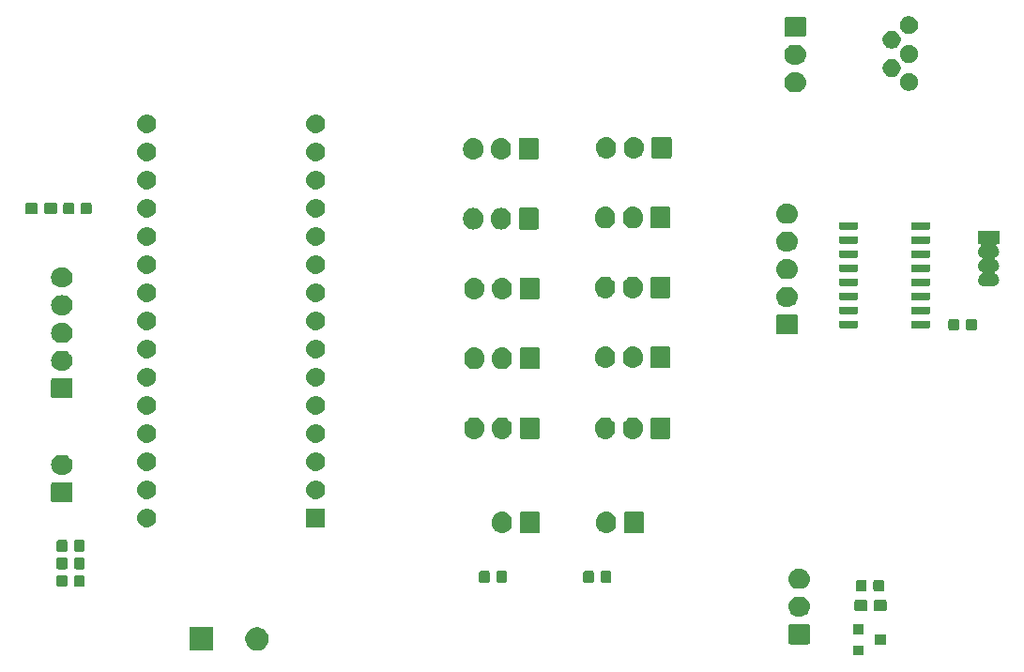
<source format=gbr>
G04 #@! TF.GenerationSoftware,KiCad,Pcbnew,(5.1.4)-1*
G04 #@! TF.CreationDate,2019-11-14T13:23:43+09:00*
G04 #@! TF.ProjectId,BT_speaker,42545f73-7065-4616-9b65-722e6b696361,rev?*
G04 #@! TF.SameCoordinates,Original*
G04 #@! TF.FileFunction,Soldermask,Top*
G04 #@! TF.FilePolarity,Negative*
%FSLAX46Y46*%
G04 Gerber Fmt 4.6, Leading zero omitted, Abs format (unit mm)*
G04 Created by KiCad (PCBNEW (5.1.4)-1) date 2019-11-14 13:23:43*
%MOMM*%
%LPD*%
G04 APERTURE LIST*
%ADD10C,0.100000*%
G04 APERTURE END LIST*
D10*
G36*
X120851000Y-107901000D02*
G01*
X119849000Y-107901000D01*
X119849000Y-106999000D01*
X120851000Y-106999000D01*
X120851000Y-107901000D01*
X120851000Y-107901000D01*
G37*
G36*
X66406564Y-105389389D02*
G01*
X66597833Y-105468615D01*
X66597835Y-105468616D01*
X66769973Y-105583635D01*
X66916365Y-105730027D01*
X67031385Y-105902167D01*
X67110611Y-106093436D01*
X67151000Y-106296484D01*
X67151000Y-106503516D01*
X67110611Y-106706564D01*
X67035878Y-106886985D01*
X67031384Y-106897835D01*
X66916365Y-107069973D01*
X66769973Y-107216365D01*
X66597835Y-107331384D01*
X66597834Y-107331385D01*
X66597833Y-107331385D01*
X66406564Y-107410611D01*
X66203516Y-107451000D01*
X65996484Y-107451000D01*
X65793436Y-107410611D01*
X65602167Y-107331385D01*
X65602166Y-107331385D01*
X65602165Y-107331384D01*
X65430027Y-107216365D01*
X65283635Y-107069973D01*
X65168616Y-106897835D01*
X65164122Y-106886985D01*
X65089389Y-106706564D01*
X65049000Y-106503516D01*
X65049000Y-106296484D01*
X65089389Y-106093436D01*
X65168615Y-105902167D01*
X65283635Y-105730027D01*
X65430027Y-105583635D01*
X65602165Y-105468616D01*
X65602167Y-105468615D01*
X65793436Y-105389389D01*
X65996484Y-105349000D01*
X66203516Y-105349000D01*
X66406564Y-105389389D01*
X66406564Y-105389389D01*
G37*
G36*
X62151000Y-107451000D02*
G01*
X60049000Y-107451000D01*
X60049000Y-105349000D01*
X62151000Y-105349000D01*
X62151000Y-107451000D01*
X62151000Y-107451000D01*
G37*
G36*
X122851000Y-106951000D02*
G01*
X121849000Y-106951000D01*
X121849000Y-106049000D01*
X122851000Y-106049000D01*
X122851000Y-106951000D01*
X122851000Y-106951000D01*
G37*
G36*
X115833600Y-105102989D02*
G01*
X115866652Y-105113015D01*
X115897103Y-105129292D01*
X115923799Y-105151201D01*
X115945708Y-105177897D01*
X115961985Y-105208348D01*
X115972011Y-105241400D01*
X115976000Y-105281903D01*
X115976000Y-106718097D01*
X115972011Y-106758600D01*
X115961985Y-106791652D01*
X115945708Y-106822103D01*
X115923799Y-106848799D01*
X115897103Y-106870708D01*
X115866652Y-106886985D01*
X115833600Y-106897011D01*
X115793097Y-106901000D01*
X114206903Y-106901000D01*
X114166400Y-106897011D01*
X114133348Y-106886985D01*
X114102897Y-106870708D01*
X114076201Y-106848799D01*
X114054292Y-106822103D01*
X114038015Y-106791652D01*
X114027989Y-106758600D01*
X114024000Y-106718097D01*
X114024000Y-105281903D01*
X114027989Y-105241400D01*
X114038015Y-105208348D01*
X114054292Y-105177897D01*
X114076201Y-105151201D01*
X114102897Y-105129292D01*
X114133348Y-105113015D01*
X114166400Y-105102989D01*
X114206903Y-105099000D01*
X115793097Y-105099000D01*
X115833600Y-105102989D01*
X115833600Y-105102989D01*
G37*
G36*
X120851000Y-106001000D02*
G01*
X119849000Y-106001000D01*
X119849000Y-105099000D01*
X120851000Y-105099000D01*
X120851000Y-106001000D01*
X120851000Y-106001000D01*
G37*
G36*
X115185443Y-102605519D02*
G01*
X115251627Y-102612037D01*
X115421466Y-102663557D01*
X115577991Y-102747222D01*
X115613729Y-102776552D01*
X115715186Y-102859814D01*
X115790045Y-102951031D01*
X115827778Y-102997009D01*
X115911443Y-103153534D01*
X115962963Y-103323373D01*
X115980359Y-103500000D01*
X115962963Y-103676627D01*
X115911443Y-103846466D01*
X115827778Y-104002991D01*
X115798448Y-104038729D01*
X115715186Y-104140186D01*
X115613729Y-104223448D01*
X115577991Y-104252778D01*
X115421466Y-104336443D01*
X115251627Y-104387963D01*
X115185442Y-104394482D01*
X115119260Y-104401000D01*
X114880740Y-104401000D01*
X114814557Y-104394481D01*
X114748373Y-104387963D01*
X114578534Y-104336443D01*
X114422009Y-104252778D01*
X114386271Y-104223448D01*
X114284814Y-104140186D01*
X114201552Y-104038729D01*
X114172222Y-104002991D01*
X114088557Y-103846466D01*
X114037037Y-103676627D01*
X114019641Y-103500000D01*
X114037037Y-103323373D01*
X114088557Y-103153534D01*
X114172222Y-102997009D01*
X114209955Y-102951031D01*
X114284814Y-102859814D01*
X114386271Y-102776552D01*
X114422009Y-102747222D01*
X114578534Y-102663557D01*
X114748373Y-102612037D01*
X114814557Y-102605519D01*
X114880740Y-102599000D01*
X115119260Y-102599000D01*
X115185443Y-102605519D01*
X115185443Y-102605519D01*
G37*
G36*
X120989499Y-102878445D02*
G01*
X121026995Y-102889820D01*
X121061554Y-102908292D01*
X121091847Y-102933153D01*
X121116708Y-102963446D01*
X121135180Y-102998005D01*
X121146555Y-103035501D01*
X121151000Y-103080638D01*
X121151000Y-103719362D01*
X121146555Y-103764499D01*
X121135180Y-103801995D01*
X121116708Y-103836554D01*
X121091847Y-103866847D01*
X121061554Y-103891708D01*
X121026995Y-103910180D01*
X120989499Y-103921555D01*
X120944362Y-103926000D01*
X120205638Y-103926000D01*
X120160501Y-103921555D01*
X120123005Y-103910180D01*
X120088446Y-103891708D01*
X120058153Y-103866847D01*
X120033292Y-103836554D01*
X120014820Y-103801995D01*
X120003445Y-103764499D01*
X119999000Y-103719362D01*
X119999000Y-103080638D01*
X120003445Y-103035501D01*
X120014820Y-102998005D01*
X120033292Y-102963446D01*
X120058153Y-102933153D01*
X120088446Y-102908292D01*
X120123005Y-102889820D01*
X120160501Y-102878445D01*
X120205638Y-102874000D01*
X120944362Y-102874000D01*
X120989499Y-102878445D01*
X120989499Y-102878445D01*
G37*
G36*
X122739499Y-102878445D02*
G01*
X122776995Y-102889820D01*
X122811554Y-102908292D01*
X122841847Y-102933153D01*
X122866708Y-102963446D01*
X122885180Y-102998005D01*
X122896555Y-103035501D01*
X122901000Y-103080638D01*
X122901000Y-103719362D01*
X122896555Y-103764499D01*
X122885180Y-103801995D01*
X122866708Y-103836554D01*
X122841847Y-103866847D01*
X122811554Y-103891708D01*
X122776995Y-103910180D01*
X122739499Y-103921555D01*
X122694362Y-103926000D01*
X121955638Y-103926000D01*
X121910501Y-103921555D01*
X121873005Y-103910180D01*
X121838446Y-103891708D01*
X121808153Y-103866847D01*
X121783292Y-103836554D01*
X121764820Y-103801995D01*
X121753445Y-103764499D01*
X121749000Y-103719362D01*
X121749000Y-103080638D01*
X121753445Y-103035501D01*
X121764820Y-102998005D01*
X121783292Y-102963446D01*
X121808153Y-102933153D01*
X121838446Y-102908292D01*
X121873005Y-102889820D01*
X121910501Y-102878445D01*
X121955638Y-102874000D01*
X122694362Y-102874000D01*
X122739499Y-102878445D01*
X122739499Y-102878445D01*
G37*
G36*
X122529591Y-101078085D02*
G01*
X122563569Y-101088393D01*
X122594890Y-101105134D01*
X122622339Y-101127661D01*
X122644866Y-101155110D01*
X122661607Y-101186431D01*
X122671915Y-101220409D01*
X122676000Y-101261890D01*
X122676000Y-101938110D01*
X122671915Y-101979591D01*
X122661607Y-102013569D01*
X122644866Y-102044890D01*
X122622339Y-102072339D01*
X122594890Y-102094866D01*
X122563569Y-102111607D01*
X122529591Y-102121915D01*
X122488110Y-102126000D01*
X121886890Y-102126000D01*
X121845409Y-102121915D01*
X121811431Y-102111607D01*
X121780110Y-102094866D01*
X121752661Y-102072339D01*
X121730134Y-102044890D01*
X121713393Y-102013569D01*
X121703085Y-101979591D01*
X121699000Y-101938110D01*
X121699000Y-101261890D01*
X121703085Y-101220409D01*
X121713393Y-101186431D01*
X121730134Y-101155110D01*
X121752661Y-101127661D01*
X121780110Y-101105134D01*
X121811431Y-101088393D01*
X121845409Y-101078085D01*
X121886890Y-101074000D01*
X122488110Y-101074000D01*
X122529591Y-101078085D01*
X122529591Y-101078085D01*
G37*
G36*
X120954591Y-101078085D02*
G01*
X120988569Y-101088393D01*
X121019890Y-101105134D01*
X121047339Y-101127661D01*
X121069866Y-101155110D01*
X121086607Y-101186431D01*
X121096915Y-101220409D01*
X121101000Y-101261890D01*
X121101000Y-101938110D01*
X121096915Y-101979591D01*
X121086607Y-102013569D01*
X121069866Y-102044890D01*
X121047339Y-102072339D01*
X121019890Y-102094866D01*
X120988569Y-102111607D01*
X120954591Y-102121915D01*
X120913110Y-102126000D01*
X120311890Y-102126000D01*
X120270409Y-102121915D01*
X120236431Y-102111607D01*
X120205110Y-102094866D01*
X120177661Y-102072339D01*
X120155134Y-102044890D01*
X120138393Y-102013569D01*
X120128085Y-101979591D01*
X120124000Y-101938110D01*
X120124000Y-101261890D01*
X120128085Y-101220409D01*
X120138393Y-101186431D01*
X120155134Y-101155110D01*
X120177661Y-101127661D01*
X120205110Y-101105134D01*
X120236431Y-101088393D01*
X120270409Y-101078085D01*
X120311890Y-101074000D01*
X120913110Y-101074000D01*
X120954591Y-101078085D01*
X120954591Y-101078085D01*
G37*
G36*
X115185443Y-100105519D02*
G01*
X115251627Y-100112037D01*
X115421466Y-100163557D01*
X115577991Y-100247222D01*
X115610620Y-100274000D01*
X115715186Y-100359814D01*
X115764914Y-100420409D01*
X115827778Y-100497009D01*
X115911443Y-100653534D01*
X115962963Y-100823373D01*
X115980359Y-101000000D01*
X115962963Y-101176627D01*
X115911443Y-101346466D01*
X115827778Y-101502991D01*
X115806104Y-101529401D01*
X115715186Y-101640186D01*
X115628158Y-101711607D01*
X115577991Y-101752778D01*
X115421466Y-101836443D01*
X115251627Y-101887963D01*
X115185442Y-101894482D01*
X115119260Y-101901000D01*
X114880740Y-101901000D01*
X114814557Y-101894481D01*
X114748373Y-101887963D01*
X114578534Y-101836443D01*
X114422009Y-101752778D01*
X114371842Y-101711607D01*
X114284814Y-101640186D01*
X114193896Y-101529401D01*
X114172222Y-101502991D01*
X114088557Y-101346466D01*
X114037037Y-101176627D01*
X114019641Y-101000000D01*
X114037037Y-100823373D01*
X114088557Y-100653534D01*
X114172222Y-100497009D01*
X114235086Y-100420409D01*
X114284814Y-100359814D01*
X114389380Y-100274000D01*
X114422009Y-100247222D01*
X114578534Y-100163557D01*
X114748373Y-100112037D01*
X114814557Y-100105519D01*
X114880740Y-100099000D01*
X115119260Y-100099000D01*
X115185443Y-100105519D01*
X115185443Y-100105519D01*
G37*
G36*
X50429591Y-100678085D02*
G01*
X50463569Y-100688393D01*
X50494890Y-100705134D01*
X50522339Y-100727661D01*
X50544866Y-100755110D01*
X50561607Y-100786431D01*
X50571915Y-100820409D01*
X50576000Y-100861890D01*
X50576000Y-101538110D01*
X50571915Y-101579591D01*
X50561607Y-101613569D01*
X50544866Y-101644890D01*
X50522339Y-101672339D01*
X50494890Y-101694866D01*
X50463569Y-101711607D01*
X50429591Y-101721915D01*
X50388110Y-101726000D01*
X49786890Y-101726000D01*
X49745409Y-101721915D01*
X49711431Y-101711607D01*
X49680110Y-101694866D01*
X49652661Y-101672339D01*
X49630134Y-101644890D01*
X49613393Y-101613569D01*
X49603085Y-101579591D01*
X49599000Y-101538110D01*
X49599000Y-100861890D01*
X49603085Y-100820409D01*
X49613393Y-100786431D01*
X49630134Y-100755110D01*
X49652661Y-100727661D01*
X49680110Y-100705134D01*
X49711431Y-100688393D01*
X49745409Y-100678085D01*
X49786890Y-100674000D01*
X50388110Y-100674000D01*
X50429591Y-100678085D01*
X50429591Y-100678085D01*
G37*
G36*
X48854591Y-100678085D02*
G01*
X48888569Y-100688393D01*
X48919890Y-100705134D01*
X48947339Y-100727661D01*
X48969866Y-100755110D01*
X48986607Y-100786431D01*
X48996915Y-100820409D01*
X49001000Y-100861890D01*
X49001000Y-101538110D01*
X48996915Y-101579591D01*
X48986607Y-101613569D01*
X48969866Y-101644890D01*
X48947339Y-101672339D01*
X48919890Y-101694866D01*
X48888569Y-101711607D01*
X48854591Y-101721915D01*
X48813110Y-101726000D01*
X48211890Y-101726000D01*
X48170409Y-101721915D01*
X48136431Y-101711607D01*
X48105110Y-101694866D01*
X48077661Y-101672339D01*
X48055134Y-101644890D01*
X48038393Y-101613569D01*
X48028085Y-101579591D01*
X48024000Y-101538110D01*
X48024000Y-100861890D01*
X48028085Y-100820409D01*
X48038393Y-100786431D01*
X48055134Y-100755110D01*
X48077661Y-100727661D01*
X48105110Y-100705134D01*
X48136431Y-100688393D01*
X48170409Y-100678085D01*
X48211890Y-100674000D01*
X48813110Y-100674000D01*
X48854591Y-100678085D01*
X48854591Y-100678085D01*
G37*
G36*
X96354591Y-100278085D02*
G01*
X96388569Y-100288393D01*
X96419890Y-100305134D01*
X96447339Y-100327661D01*
X96469866Y-100355110D01*
X96486607Y-100386431D01*
X96496915Y-100420409D01*
X96501000Y-100461890D01*
X96501000Y-101138110D01*
X96496915Y-101179591D01*
X96486607Y-101213569D01*
X96469866Y-101244890D01*
X96447339Y-101272339D01*
X96419890Y-101294866D01*
X96388569Y-101311607D01*
X96354591Y-101321915D01*
X96313110Y-101326000D01*
X95711890Y-101326000D01*
X95670409Y-101321915D01*
X95636431Y-101311607D01*
X95605110Y-101294866D01*
X95577661Y-101272339D01*
X95555134Y-101244890D01*
X95538393Y-101213569D01*
X95528085Y-101179591D01*
X95524000Y-101138110D01*
X95524000Y-100461890D01*
X95528085Y-100420409D01*
X95538393Y-100386431D01*
X95555134Y-100355110D01*
X95577661Y-100327661D01*
X95605110Y-100305134D01*
X95636431Y-100288393D01*
X95670409Y-100278085D01*
X95711890Y-100274000D01*
X96313110Y-100274000D01*
X96354591Y-100278085D01*
X96354591Y-100278085D01*
G37*
G36*
X97929591Y-100278085D02*
G01*
X97963569Y-100288393D01*
X97994890Y-100305134D01*
X98022339Y-100327661D01*
X98044866Y-100355110D01*
X98061607Y-100386431D01*
X98071915Y-100420409D01*
X98076000Y-100461890D01*
X98076000Y-101138110D01*
X98071915Y-101179591D01*
X98061607Y-101213569D01*
X98044866Y-101244890D01*
X98022339Y-101272339D01*
X97994890Y-101294866D01*
X97963569Y-101311607D01*
X97929591Y-101321915D01*
X97888110Y-101326000D01*
X97286890Y-101326000D01*
X97245409Y-101321915D01*
X97211431Y-101311607D01*
X97180110Y-101294866D01*
X97152661Y-101272339D01*
X97130134Y-101244890D01*
X97113393Y-101213569D01*
X97103085Y-101179591D01*
X97099000Y-101138110D01*
X97099000Y-100461890D01*
X97103085Y-100420409D01*
X97113393Y-100386431D01*
X97130134Y-100355110D01*
X97152661Y-100327661D01*
X97180110Y-100305134D01*
X97211431Y-100288393D01*
X97245409Y-100278085D01*
X97286890Y-100274000D01*
X97888110Y-100274000D01*
X97929591Y-100278085D01*
X97929591Y-100278085D01*
G37*
G36*
X86954591Y-100278085D02*
G01*
X86988569Y-100288393D01*
X87019890Y-100305134D01*
X87047339Y-100327661D01*
X87069866Y-100355110D01*
X87086607Y-100386431D01*
X87096915Y-100420409D01*
X87101000Y-100461890D01*
X87101000Y-101138110D01*
X87096915Y-101179591D01*
X87086607Y-101213569D01*
X87069866Y-101244890D01*
X87047339Y-101272339D01*
X87019890Y-101294866D01*
X86988569Y-101311607D01*
X86954591Y-101321915D01*
X86913110Y-101326000D01*
X86311890Y-101326000D01*
X86270409Y-101321915D01*
X86236431Y-101311607D01*
X86205110Y-101294866D01*
X86177661Y-101272339D01*
X86155134Y-101244890D01*
X86138393Y-101213569D01*
X86128085Y-101179591D01*
X86124000Y-101138110D01*
X86124000Y-100461890D01*
X86128085Y-100420409D01*
X86138393Y-100386431D01*
X86155134Y-100355110D01*
X86177661Y-100327661D01*
X86205110Y-100305134D01*
X86236431Y-100288393D01*
X86270409Y-100278085D01*
X86311890Y-100274000D01*
X86913110Y-100274000D01*
X86954591Y-100278085D01*
X86954591Y-100278085D01*
G37*
G36*
X88529591Y-100278085D02*
G01*
X88563569Y-100288393D01*
X88594890Y-100305134D01*
X88622339Y-100327661D01*
X88644866Y-100355110D01*
X88661607Y-100386431D01*
X88671915Y-100420409D01*
X88676000Y-100461890D01*
X88676000Y-101138110D01*
X88671915Y-101179591D01*
X88661607Y-101213569D01*
X88644866Y-101244890D01*
X88622339Y-101272339D01*
X88594890Y-101294866D01*
X88563569Y-101311607D01*
X88529591Y-101321915D01*
X88488110Y-101326000D01*
X87886890Y-101326000D01*
X87845409Y-101321915D01*
X87811431Y-101311607D01*
X87780110Y-101294866D01*
X87752661Y-101272339D01*
X87730134Y-101244890D01*
X87713393Y-101213569D01*
X87703085Y-101179591D01*
X87699000Y-101138110D01*
X87699000Y-100461890D01*
X87703085Y-100420409D01*
X87713393Y-100386431D01*
X87730134Y-100355110D01*
X87752661Y-100327661D01*
X87780110Y-100305134D01*
X87811431Y-100288393D01*
X87845409Y-100278085D01*
X87886890Y-100274000D01*
X88488110Y-100274000D01*
X88529591Y-100278085D01*
X88529591Y-100278085D01*
G37*
G36*
X50429591Y-99078085D02*
G01*
X50463569Y-99088393D01*
X50494890Y-99105134D01*
X50522339Y-99127661D01*
X50544866Y-99155110D01*
X50561607Y-99186431D01*
X50571915Y-99220409D01*
X50576000Y-99261890D01*
X50576000Y-99938110D01*
X50571915Y-99979591D01*
X50561607Y-100013569D01*
X50544866Y-100044890D01*
X50522339Y-100072339D01*
X50494890Y-100094866D01*
X50463569Y-100111607D01*
X50429591Y-100121915D01*
X50388110Y-100126000D01*
X49786890Y-100126000D01*
X49745409Y-100121915D01*
X49711431Y-100111607D01*
X49680110Y-100094866D01*
X49652661Y-100072339D01*
X49630134Y-100044890D01*
X49613393Y-100013569D01*
X49603085Y-99979591D01*
X49599000Y-99938110D01*
X49599000Y-99261890D01*
X49603085Y-99220409D01*
X49613393Y-99186431D01*
X49630134Y-99155110D01*
X49652661Y-99127661D01*
X49680110Y-99105134D01*
X49711431Y-99088393D01*
X49745409Y-99078085D01*
X49786890Y-99074000D01*
X50388110Y-99074000D01*
X50429591Y-99078085D01*
X50429591Y-99078085D01*
G37*
G36*
X48854591Y-99078085D02*
G01*
X48888569Y-99088393D01*
X48919890Y-99105134D01*
X48947339Y-99127661D01*
X48969866Y-99155110D01*
X48986607Y-99186431D01*
X48996915Y-99220409D01*
X49001000Y-99261890D01*
X49001000Y-99938110D01*
X48996915Y-99979591D01*
X48986607Y-100013569D01*
X48969866Y-100044890D01*
X48947339Y-100072339D01*
X48919890Y-100094866D01*
X48888569Y-100111607D01*
X48854591Y-100121915D01*
X48813110Y-100126000D01*
X48211890Y-100126000D01*
X48170409Y-100121915D01*
X48136431Y-100111607D01*
X48105110Y-100094866D01*
X48077661Y-100072339D01*
X48055134Y-100044890D01*
X48038393Y-100013569D01*
X48028085Y-99979591D01*
X48024000Y-99938110D01*
X48024000Y-99261890D01*
X48028085Y-99220409D01*
X48038393Y-99186431D01*
X48055134Y-99155110D01*
X48077661Y-99127661D01*
X48105110Y-99105134D01*
X48136431Y-99088393D01*
X48170409Y-99078085D01*
X48211890Y-99074000D01*
X48813110Y-99074000D01*
X48854591Y-99078085D01*
X48854591Y-99078085D01*
G37*
G36*
X48854591Y-97483086D02*
G01*
X48888569Y-97493394D01*
X48919890Y-97510135D01*
X48947339Y-97532662D01*
X48969866Y-97560111D01*
X48986607Y-97591432D01*
X48996915Y-97625410D01*
X49001000Y-97666891D01*
X49001000Y-98343111D01*
X48996915Y-98384592D01*
X48986607Y-98418570D01*
X48969866Y-98449891D01*
X48947339Y-98477340D01*
X48919890Y-98499867D01*
X48888569Y-98516608D01*
X48854591Y-98526916D01*
X48813110Y-98531001D01*
X48211890Y-98531001D01*
X48170409Y-98526916D01*
X48136431Y-98516608D01*
X48105110Y-98499867D01*
X48077661Y-98477340D01*
X48055134Y-98449891D01*
X48038393Y-98418570D01*
X48028085Y-98384592D01*
X48024000Y-98343111D01*
X48024000Y-97666891D01*
X48028085Y-97625410D01*
X48038393Y-97591432D01*
X48055134Y-97560111D01*
X48077661Y-97532662D01*
X48105110Y-97510135D01*
X48136431Y-97493394D01*
X48170409Y-97483086D01*
X48211890Y-97479001D01*
X48813110Y-97479001D01*
X48854591Y-97483086D01*
X48854591Y-97483086D01*
G37*
G36*
X50429591Y-97483086D02*
G01*
X50463569Y-97493394D01*
X50494890Y-97510135D01*
X50522339Y-97532662D01*
X50544866Y-97560111D01*
X50561607Y-97591432D01*
X50571915Y-97625410D01*
X50576000Y-97666891D01*
X50576000Y-98343111D01*
X50571915Y-98384592D01*
X50561607Y-98418570D01*
X50544866Y-98449891D01*
X50522339Y-98477340D01*
X50494890Y-98499867D01*
X50463569Y-98516608D01*
X50429591Y-98526916D01*
X50388110Y-98531001D01*
X49786890Y-98531001D01*
X49745409Y-98526916D01*
X49711431Y-98516608D01*
X49680110Y-98499867D01*
X49652661Y-98477340D01*
X49630134Y-98449891D01*
X49613393Y-98418570D01*
X49603085Y-98384592D01*
X49599000Y-98343111D01*
X49599000Y-97666891D01*
X49603085Y-97625410D01*
X49613393Y-97591432D01*
X49630134Y-97560111D01*
X49652661Y-97532662D01*
X49680110Y-97510135D01*
X49711431Y-97493394D01*
X49745409Y-97483086D01*
X49786890Y-97479001D01*
X50388110Y-97479001D01*
X50429591Y-97483086D01*
X50429591Y-97483086D01*
G37*
G36*
X88376627Y-94937037D02*
G01*
X88546466Y-94988557D01*
X88702991Y-95072222D01*
X88738729Y-95101552D01*
X88840186Y-95184814D01*
X88923448Y-95286271D01*
X88952778Y-95322009D01*
X89036443Y-95478535D01*
X89087963Y-95648374D01*
X89101000Y-95780743D01*
X89101000Y-96019258D01*
X89087963Y-96151627D01*
X89036443Y-96321466D01*
X88952778Y-96477991D01*
X88923448Y-96513729D01*
X88840186Y-96615186D01*
X88702989Y-96727779D01*
X88546467Y-96811442D01*
X88546465Y-96811443D01*
X88376626Y-96862963D01*
X88200000Y-96880359D01*
X88023373Y-96862963D01*
X87853534Y-96811443D01*
X87697009Y-96727778D01*
X87654750Y-96693097D01*
X87559814Y-96615186D01*
X87447221Y-96477989D01*
X87363558Y-96321467D01*
X87354020Y-96290025D01*
X87312037Y-96151626D01*
X87299000Y-96019257D01*
X87299000Y-95780742D01*
X87312037Y-95648373D01*
X87363557Y-95478534D01*
X87447222Y-95322009D01*
X87491217Y-95268401D01*
X87559814Y-95184815D01*
X87654751Y-95106903D01*
X87697010Y-95072222D01*
X87853535Y-94988557D01*
X88023374Y-94937037D01*
X88200000Y-94919641D01*
X88376627Y-94937037D01*
X88376627Y-94937037D01*
G37*
G36*
X97776627Y-94937037D02*
G01*
X97946466Y-94988557D01*
X98102991Y-95072222D01*
X98138729Y-95101552D01*
X98240186Y-95184814D01*
X98323448Y-95286271D01*
X98352778Y-95322009D01*
X98436443Y-95478535D01*
X98487963Y-95648374D01*
X98501000Y-95780743D01*
X98501000Y-96019258D01*
X98487963Y-96151627D01*
X98436443Y-96321466D01*
X98352778Y-96477991D01*
X98323448Y-96513729D01*
X98240186Y-96615186D01*
X98102989Y-96727779D01*
X97946467Y-96811442D01*
X97946465Y-96811443D01*
X97776626Y-96862963D01*
X97600000Y-96880359D01*
X97423373Y-96862963D01*
X97253534Y-96811443D01*
X97097009Y-96727778D01*
X97054750Y-96693097D01*
X96959814Y-96615186D01*
X96847221Y-96477989D01*
X96763558Y-96321467D01*
X96754020Y-96290025D01*
X96712037Y-96151626D01*
X96699000Y-96019257D01*
X96699000Y-95780742D01*
X96712037Y-95648373D01*
X96763557Y-95478534D01*
X96847222Y-95322009D01*
X96891217Y-95268401D01*
X96959814Y-95184815D01*
X97054751Y-95106903D01*
X97097010Y-95072222D01*
X97253535Y-94988557D01*
X97423374Y-94937037D01*
X97600000Y-94919641D01*
X97776627Y-94937037D01*
X97776627Y-94937037D01*
G37*
G36*
X91458600Y-94927989D02*
G01*
X91491652Y-94938015D01*
X91522103Y-94954292D01*
X91548799Y-94976201D01*
X91570708Y-95002897D01*
X91586985Y-95033348D01*
X91597011Y-95066400D01*
X91601000Y-95106903D01*
X91601000Y-96693097D01*
X91597011Y-96733600D01*
X91586985Y-96766652D01*
X91570708Y-96797103D01*
X91548799Y-96823799D01*
X91522103Y-96845708D01*
X91491652Y-96861985D01*
X91458600Y-96872011D01*
X91418097Y-96876000D01*
X89981903Y-96876000D01*
X89941400Y-96872011D01*
X89908348Y-96861985D01*
X89877897Y-96845708D01*
X89851201Y-96823799D01*
X89829292Y-96797103D01*
X89813015Y-96766652D01*
X89802989Y-96733600D01*
X89799000Y-96693097D01*
X89799000Y-95106903D01*
X89802989Y-95066400D01*
X89813015Y-95033348D01*
X89829292Y-95002897D01*
X89851201Y-94976201D01*
X89877897Y-94954292D01*
X89908348Y-94938015D01*
X89941400Y-94927989D01*
X89981903Y-94924000D01*
X91418097Y-94924000D01*
X91458600Y-94927989D01*
X91458600Y-94927989D01*
G37*
G36*
X100858600Y-94927989D02*
G01*
X100891652Y-94938015D01*
X100922103Y-94954292D01*
X100948799Y-94976201D01*
X100970708Y-95002897D01*
X100986985Y-95033348D01*
X100997011Y-95066400D01*
X101001000Y-95106903D01*
X101001000Y-96693097D01*
X100997011Y-96733600D01*
X100986985Y-96766652D01*
X100970708Y-96797103D01*
X100948799Y-96823799D01*
X100922103Y-96845708D01*
X100891652Y-96861985D01*
X100858600Y-96872011D01*
X100818097Y-96876000D01*
X99381903Y-96876000D01*
X99341400Y-96872011D01*
X99308348Y-96861985D01*
X99277897Y-96845708D01*
X99251201Y-96823799D01*
X99229292Y-96797103D01*
X99213015Y-96766652D01*
X99202989Y-96733600D01*
X99199000Y-96693097D01*
X99199000Y-95106903D01*
X99202989Y-95066400D01*
X99213015Y-95033348D01*
X99229292Y-95002897D01*
X99251201Y-94976201D01*
X99277897Y-94954292D01*
X99308348Y-94938015D01*
X99341400Y-94927989D01*
X99381903Y-94924000D01*
X100818097Y-94924000D01*
X100858600Y-94927989D01*
X100858600Y-94927989D01*
G37*
G36*
X56326823Y-94661313D02*
G01*
X56487242Y-94709976D01*
X56619906Y-94780886D01*
X56635078Y-94788996D01*
X56764659Y-94895341D01*
X56871004Y-95024922D01*
X56871005Y-95024924D01*
X56950024Y-95172758D01*
X56950025Y-95172761D01*
X56954951Y-95189000D01*
X56998687Y-95333177D01*
X57015117Y-95500000D01*
X56998687Y-95666823D01*
X56950024Y-95827242D01*
X56879114Y-95959906D01*
X56871004Y-95975078D01*
X56764659Y-96104659D01*
X56635078Y-96211004D01*
X56635076Y-96211005D01*
X56487242Y-96290024D01*
X56326823Y-96338687D01*
X56201804Y-96351000D01*
X56118196Y-96351000D01*
X55993177Y-96338687D01*
X55832758Y-96290024D01*
X55684924Y-96211005D01*
X55684922Y-96211004D01*
X55555341Y-96104659D01*
X55448996Y-95975078D01*
X55440886Y-95959906D01*
X55369976Y-95827242D01*
X55321313Y-95666823D01*
X55304883Y-95500000D01*
X55321313Y-95333177D01*
X55365049Y-95189000D01*
X55369975Y-95172761D01*
X55369976Y-95172758D01*
X55448995Y-95024924D01*
X55448996Y-95024922D01*
X55555341Y-94895341D01*
X55684922Y-94788996D01*
X55700094Y-94780886D01*
X55832758Y-94709976D01*
X55993177Y-94661313D01*
X56118196Y-94649000D01*
X56201804Y-94649000D01*
X56326823Y-94661313D01*
X56326823Y-94661313D01*
G37*
G36*
X72251000Y-96351000D02*
G01*
X70549000Y-96351000D01*
X70549000Y-94649000D01*
X72251000Y-94649000D01*
X72251000Y-96351000D01*
X72251000Y-96351000D01*
G37*
G36*
X49333600Y-92302989D02*
G01*
X49366652Y-92313015D01*
X49397103Y-92329292D01*
X49423799Y-92351201D01*
X49445708Y-92377897D01*
X49461985Y-92408348D01*
X49472011Y-92441400D01*
X49476000Y-92481903D01*
X49476000Y-93918097D01*
X49472011Y-93958600D01*
X49461985Y-93991652D01*
X49445708Y-94022103D01*
X49423799Y-94048799D01*
X49397103Y-94070708D01*
X49366652Y-94086985D01*
X49333600Y-94097011D01*
X49293097Y-94101000D01*
X47706903Y-94101000D01*
X47666400Y-94097011D01*
X47633348Y-94086985D01*
X47602897Y-94070708D01*
X47576201Y-94048799D01*
X47554292Y-94022103D01*
X47538015Y-93991652D01*
X47527989Y-93958600D01*
X47524000Y-93918097D01*
X47524000Y-92481903D01*
X47527989Y-92441400D01*
X47538015Y-92408348D01*
X47554292Y-92377897D01*
X47576201Y-92351201D01*
X47602897Y-92329292D01*
X47633348Y-92313015D01*
X47666400Y-92302989D01*
X47706903Y-92299000D01*
X49293097Y-92299000D01*
X49333600Y-92302989D01*
X49333600Y-92302989D01*
G37*
G36*
X71566823Y-92121313D02*
G01*
X71727242Y-92169976D01*
X71859906Y-92240886D01*
X71875078Y-92248996D01*
X72004659Y-92355341D01*
X72111004Y-92484922D01*
X72111005Y-92484924D01*
X72190024Y-92632758D01*
X72238687Y-92793177D01*
X72255117Y-92960000D01*
X72238687Y-93126823D01*
X72190024Y-93287242D01*
X72119114Y-93419906D01*
X72111004Y-93435078D01*
X72004659Y-93564659D01*
X71875078Y-93671004D01*
X71875076Y-93671005D01*
X71727242Y-93750024D01*
X71566823Y-93798687D01*
X71441804Y-93811000D01*
X71358196Y-93811000D01*
X71233177Y-93798687D01*
X71072758Y-93750024D01*
X70924924Y-93671005D01*
X70924922Y-93671004D01*
X70795341Y-93564659D01*
X70688996Y-93435078D01*
X70680886Y-93419906D01*
X70609976Y-93287242D01*
X70561313Y-93126823D01*
X70544883Y-92960000D01*
X70561313Y-92793177D01*
X70609976Y-92632758D01*
X70688995Y-92484924D01*
X70688996Y-92484922D01*
X70795341Y-92355341D01*
X70924922Y-92248996D01*
X70940094Y-92240886D01*
X71072758Y-92169976D01*
X71233177Y-92121313D01*
X71358196Y-92109000D01*
X71441804Y-92109000D01*
X71566823Y-92121313D01*
X71566823Y-92121313D01*
G37*
G36*
X56326823Y-92121313D02*
G01*
X56487242Y-92169976D01*
X56619906Y-92240886D01*
X56635078Y-92248996D01*
X56764659Y-92355341D01*
X56871004Y-92484922D01*
X56871005Y-92484924D01*
X56950024Y-92632758D01*
X56998687Y-92793177D01*
X57015117Y-92960000D01*
X56998687Y-93126823D01*
X56950024Y-93287242D01*
X56879114Y-93419906D01*
X56871004Y-93435078D01*
X56764659Y-93564659D01*
X56635078Y-93671004D01*
X56635076Y-93671005D01*
X56487242Y-93750024D01*
X56326823Y-93798687D01*
X56201804Y-93811000D01*
X56118196Y-93811000D01*
X55993177Y-93798687D01*
X55832758Y-93750024D01*
X55684924Y-93671005D01*
X55684922Y-93671004D01*
X55555341Y-93564659D01*
X55448996Y-93435078D01*
X55440886Y-93419906D01*
X55369976Y-93287242D01*
X55321313Y-93126823D01*
X55304883Y-92960000D01*
X55321313Y-92793177D01*
X55369976Y-92632758D01*
X55448995Y-92484924D01*
X55448996Y-92484922D01*
X55555341Y-92355341D01*
X55684922Y-92248996D01*
X55700094Y-92240886D01*
X55832758Y-92169976D01*
X55993177Y-92121313D01*
X56118196Y-92109000D01*
X56201804Y-92109000D01*
X56326823Y-92121313D01*
X56326823Y-92121313D01*
G37*
G36*
X48685442Y-89805518D02*
G01*
X48751627Y-89812037D01*
X48921466Y-89863557D01*
X49077991Y-89947222D01*
X49113729Y-89976552D01*
X49215186Y-90059814D01*
X49298448Y-90161271D01*
X49327778Y-90197009D01*
X49411443Y-90353534D01*
X49462963Y-90523373D01*
X49480359Y-90700000D01*
X49462963Y-90876627D01*
X49411443Y-91046466D01*
X49327778Y-91202991D01*
X49322006Y-91210024D01*
X49215186Y-91340186D01*
X49113729Y-91423448D01*
X49077991Y-91452778D01*
X48921466Y-91536443D01*
X48751627Y-91587963D01*
X48685442Y-91594482D01*
X48619260Y-91601000D01*
X48380740Y-91601000D01*
X48314558Y-91594482D01*
X48248373Y-91587963D01*
X48078534Y-91536443D01*
X47922009Y-91452778D01*
X47886271Y-91423448D01*
X47784814Y-91340186D01*
X47677994Y-91210024D01*
X47672222Y-91202991D01*
X47588557Y-91046466D01*
X47537037Y-90876627D01*
X47519641Y-90700000D01*
X47537037Y-90523373D01*
X47588557Y-90353534D01*
X47672222Y-90197009D01*
X47701552Y-90161271D01*
X47784814Y-90059814D01*
X47886271Y-89976552D01*
X47922009Y-89947222D01*
X48078534Y-89863557D01*
X48248373Y-89812037D01*
X48314558Y-89805518D01*
X48380740Y-89799000D01*
X48619260Y-89799000D01*
X48685442Y-89805518D01*
X48685442Y-89805518D01*
G37*
G36*
X56326823Y-89581313D02*
G01*
X56487242Y-89629976D01*
X56619906Y-89700886D01*
X56635078Y-89708996D01*
X56764659Y-89815341D01*
X56871004Y-89944922D01*
X56871005Y-89944924D01*
X56950024Y-90092758D01*
X56998687Y-90253177D01*
X57015117Y-90420000D01*
X56998687Y-90586823D01*
X56950024Y-90747242D01*
X56880867Y-90876625D01*
X56871004Y-90895078D01*
X56764659Y-91024659D01*
X56635078Y-91131004D01*
X56635076Y-91131005D01*
X56487242Y-91210024D01*
X56326823Y-91258687D01*
X56201804Y-91271000D01*
X56118196Y-91271000D01*
X55993177Y-91258687D01*
X55832758Y-91210024D01*
X55684924Y-91131005D01*
X55684922Y-91131004D01*
X55555341Y-91024659D01*
X55448996Y-90895078D01*
X55439133Y-90876625D01*
X55369976Y-90747242D01*
X55321313Y-90586823D01*
X55304883Y-90420000D01*
X55321313Y-90253177D01*
X55369976Y-90092758D01*
X55448995Y-89944924D01*
X55448996Y-89944922D01*
X55555341Y-89815341D01*
X55684922Y-89708996D01*
X55700094Y-89700886D01*
X55832758Y-89629976D01*
X55993177Y-89581313D01*
X56118196Y-89569000D01*
X56201804Y-89569000D01*
X56326823Y-89581313D01*
X56326823Y-89581313D01*
G37*
G36*
X71566823Y-89581313D02*
G01*
X71727242Y-89629976D01*
X71859906Y-89700886D01*
X71875078Y-89708996D01*
X72004659Y-89815341D01*
X72111004Y-89944922D01*
X72111005Y-89944924D01*
X72190024Y-90092758D01*
X72238687Y-90253177D01*
X72255117Y-90420000D01*
X72238687Y-90586823D01*
X72190024Y-90747242D01*
X72120867Y-90876625D01*
X72111004Y-90895078D01*
X72004659Y-91024659D01*
X71875078Y-91131004D01*
X71875076Y-91131005D01*
X71727242Y-91210024D01*
X71566823Y-91258687D01*
X71441804Y-91271000D01*
X71358196Y-91271000D01*
X71233177Y-91258687D01*
X71072758Y-91210024D01*
X70924924Y-91131005D01*
X70924922Y-91131004D01*
X70795341Y-91024659D01*
X70688996Y-90895078D01*
X70679133Y-90876625D01*
X70609976Y-90747242D01*
X70561313Y-90586823D01*
X70544883Y-90420000D01*
X70561313Y-90253177D01*
X70609976Y-90092758D01*
X70688995Y-89944924D01*
X70688996Y-89944922D01*
X70795341Y-89815341D01*
X70924922Y-89708996D01*
X70940094Y-89700886D01*
X71072758Y-89629976D01*
X71233177Y-89581313D01*
X71358196Y-89569000D01*
X71441804Y-89569000D01*
X71566823Y-89581313D01*
X71566823Y-89581313D01*
G37*
G36*
X56326823Y-87041313D02*
G01*
X56487242Y-87089976D01*
X56619906Y-87160886D01*
X56635078Y-87168996D01*
X56764659Y-87275341D01*
X56871004Y-87404922D01*
X56871005Y-87404924D01*
X56950024Y-87552758D01*
X56998687Y-87713177D01*
X57015117Y-87880000D01*
X56998687Y-88046823D01*
X56950024Y-88207242D01*
X56901992Y-88297103D01*
X56871004Y-88355078D01*
X56764659Y-88484659D01*
X56635078Y-88591004D01*
X56635076Y-88591005D01*
X56487242Y-88670024D01*
X56326823Y-88718687D01*
X56201804Y-88731000D01*
X56118196Y-88731000D01*
X55993177Y-88718687D01*
X55832758Y-88670024D01*
X55684924Y-88591005D01*
X55684922Y-88591004D01*
X55555341Y-88484659D01*
X55448996Y-88355078D01*
X55418008Y-88297103D01*
X55369976Y-88207242D01*
X55321313Y-88046823D01*
X55304883Y-87880000D01*
X55321313Y-87713177D01*
X55369976Y-87552758D01*
X55448995Y-87404924D01*
X55448996Y-87404922D01*
X55555341Y-87275341D01*
X55684922Y-87168996D01*
X55700094Y-87160886D01*
X55832758Y-87089976D01*
X55993177Y-87041313D01*
X56118196Y-87029000D01*
X56201804Y-87029000D01*
X56326823Y-87041313D01*
X56326823Y-87041313D01*
G37*
G36*
X71566823Y-87041313D02*
G01*
X71727242Y-87089976D01*
X71859906Y-87160886D01*
X71875078Y-87168996D01*
X72004659Y-87275341D01*
X72111004Y-87404922D01*
X72111005Y-87404924D01*
X72190024Y-87552758D01*
X72238687Y-87713177D01*
X72255117Y-87880000D01*
X72238687Y-88046823D01*
X72190024Y-88207242D01*
X72141992Y-88297103D01*
X72111004Y-88355078D01*
X72004659Y-88484659D01*
X71875078Y-88591004D01*
X71875076Y-88591005D01*
X71727242Y-88670024D01*
X71566823Y-88718687D01*
X71441804Y-88731000D01*
X71358196Y-88731000D01*
X71233177Y-88718687D01*
X71072758Y-88670024D01*
X70924924Y-88591005D01*
X70924922Y-88591004D01*
X70795341Y-88484659D01*
X70688996Y-88355078D01*
X70658008Y-88297103D01*
X70609976Y-88207242D01*
X70561313Y-88046823D01*
X70544883Y-87880000D01*
X70561313Y-87713177D01*
X70609976Y-87552758D01*
X70688995Y-87404924D01*
X70688996Y-87404922D01*
X70795341Y-87275341D01*
X70924922Y-87168996D01*
X70940094Y-87160886D01*
X71072758Y-87089976D01*
X71233177Y-87041313D01*
X71358196Y-87029000D01*
X71441804Y-87029000D01*
X71566823Y-87041313D01*
X71566823Y-87041313D01*
G37*
G36*
X100176627Y-86437037D02*
G01*
X100346466Y-86488557D01*
X100502991Y-86572222D01*
X100538729Y-86601552D01*
X100640186Y-86684814D01*
X100723448Y-86786271D01*
X100752778Y-86822009D01*
X100836443Y-86978535D01*
X100887963Y-87148374D01*
X100901000Y-87280743D01*
X100901000Y-87519258D01*
X100887963Y-87651627D01*
X100836443Y-87821466D01*
X100752778Y-87977991D01*
X100723448Y-88013729D01*
X100640186Y-88115186D01*
X100502989Y-88227779D01*
X100346467Y-88311442D01*
X100346465Y-88311443D01*
X100176626Y-88362963D01*
X100000000Y-88380359D01*
X99823373Y-88362963D01*
X99653534Y-88311443D01*
X99497009Y-88227778D01*
X99454750Y-88193097D01*
X99359814Y-88115186D01*
X99247221Y-87977989D01*
X99163558Y-87821467D01*
X99163557Y-87821465D01*
X99112037Y-87651626D01*
X99102300Y-87552761D01*
X99099000Y-87519259D01*
X99099000Y-87280740D01*
X99112037Y-87148375D01*
X99112037Y-87148373D01*
X99163557Y-86978534D01*
X99247222Y-86822009D01*
X99291217Y-86768401D01*
X99359814Y-86684815D01*
X99454751Y-86606903D01*
X99497010Y-86572222D01*
X99653535Y-86488557D01*
X99823374Y-86437037D01*
X100000000Y-86419641D01*
X100176627Y-86437037D01*
X100176627Y-86437037D01*
G37*
G36*
X97676627Y-86437037D02*
G01*
X97846466Y-86488557D01*
X98002991Y-86572222D01*
X98038729Y-86601552D01*
X98140186Y-86684814D01*
X98223448Y-86786271D01*
X98252778Y-86822009D01*
X98336443Y-86978535D01*
X98387963Y-87148374D01*
X98401000Y-87280743D01*
X98401000Y-87519258D01*
X98387963Y-87651627D01*
X98336443Y-87821466D01*
X98252778Y-87977991D01*
X98223448Y-88013729D01*
X98140186Y-88115186D01*
X98002989Y-88227779D01*
X97846467Y-88311442D01*
X97846465Y-88311443D01*
X97676626Y-88362963D01*
X97500000Y-88380359D01*
X97323373Y-88362963D01*
X97153534Y-88311443D01*
X96997009Y-88227778D01*
X96954750Y-88193097D01*
X96859814Y-88115186D01*
X96747221Y-87977989D01*
X96663558Y-87821467D01*
X96663557Y-87821465D01*
X96612037Y-87651626D01*
X96602300Y-87552761D01*
X96599000Y-87519259D01*
X96599000Y-87280740D01*
X96612037Y-87148375D01*
X96612037Y-87148373D01*
X96663557Y-86978534D01*
X96747222Y-86822009D01*
X96791217Y-86768401D01*
X96859814Y-86684815D01*
X96954751Y-86606903D01*
X96997010Y-86572222D01*
X97153535Y-86488557D01*
X97323374Y-86437037D01*
X97500000Y-86419641D01*
X97676627Y-86437037D01*
X97676627Y-86437037D01*
G37*
G36*
X88376627Y-86437037D02*
G01*
X88546466Y-86488557D01*
X88702991Y-86572222D01*
X88738729Y-86601552D01*
X88840186Y-86684814D01*
X88923448Y-86786271D01*
X88952778Y-86822009D01*
X89036443Y-86978535D01*
X89087963Y-87148374D01*
X89101000Y-87280743D01*
X89101000Y-87519258D01*
X89087963Y-87651627D01*
X89036443Y-87821466D01*
X88952778Y-87977991D01*
X88923448Y-88013729D01*
X88840186Y-88115186D01*
X88702989Y-88227779D01*
X88546467Y-88311442D01*
X88546465Y-88311443D01*
X88376626Y-88362963D01*
X88200000Y-88380359D01*
X88023373Y-88362963D01*
X87853534Y-88311443D01*
X87697009Y-88227778D01*
X87654750Y-88193097D01*
X87559814Y-88115186D01*
X87447221Y-87977989D01*
X87363558Y-87821467D01*
X87363557Y-87821465D01*
X87312037Y-87651626D01*
X87302300Y-87552761D01*
X87299000Y-87519259D01*
X87299000Y-87280740D01*
X87312037Y-87148375D01*
X87312037Y-87148373D01*
X87363557Y-86978534D01*
X87447222Y-86822009D01*
X87491217Y-86768401D01*
X87559814Y-86684815D01*
X87654751Y-86606903D01*
X87697010Y-86572222D01*
X87853535Y-86488557D01*
X88023374Y-86437037D01*
X88200000Y-86419641D01*
X88376627Y-86437037D01*
X88376627Y-86437037D01*
G37*
G36*
X85876627Y-86437037D02*
G01*
X86046466Y-86488557D01*
X86202991Y-86572222D01*
X86238729Y-86601552D01*
X86340186Y-86684814D01*
X86423448Y-86786271D01*
X86452778Y-86822009D01*
X86536443Y-86978535D01*
X86587963Y-87148374D01*
X86601000Y-87280743D01*
X86601000Y-87519258D01*
X86587963Y-87651627D01*
X86536443Y-87821466D01*
X86452778Y-87977991D01*
X86423448Y-88013729D01*
X86340186Y-88115186D01*
X86202989Y-88227779D01*
X86046467Y-88311442D01*
X86046465Y-88311443D01*
X85876626Y-88362963D01*
X85700000Y-88380359D01*
X85523373Y-88362963D01*
X85353534Y-88311443D01*
X85197009Y-88227778D01*
X85154750Y-88193097D01*
X85059814Y-88115186D01*
X84947221Y-87977989D01*
X84863558Y-87821467D01*
X84863557Y-87821465D01*
X84812037Y-87651626D01*
X84802300Y-87552761D01*
X84799000Y-87519259D01*
X84799000Y-87280740D01*
X84812037Y-87148375D01*
X84812037Y-87148373D01*
X84863557Y-86978534D01*
X84947222Y-86822009D01*
X84991217Y-86768401D01*
X85059814Y-86684815D01*
X85154751Y-86606903D01*
X85197010Y-86572222D01*
X85353535Y-86488557D01*
X85523374Y-86437037D01*
X85700000Y-86419641D01*
X85876627Y-86437037D01*
X85876627Y-86437037D01*
G37*
G36*
X91458600Y-86427989D02*
G01*
X91491652Y-86438015D01*
X91522103Y-86454292D01*
X91548799Y-86476201D01*
X91570708Y-86502897D01*
X91586985Y-86533348D01*
X91597011Y-86566400D01*
X91601000Y-86606903D01*
X91601000Y-88193097D01*
X91597011Y-88233600D01*
X91586985Y-88266652D01*
X91570708Y-88297103D01*
X91548799Y-88323799D01*
X91522103Y-88345708D01*
X91491652Y-88361985D01*
X91458600Y-88372011D01*
X91418097Y-88376000D01*
X89981903Y-88376000D01*
X89941400Y-88372011D01*
X89908348Y-88361985D01*
X89877897Y-88345708D01*
X89851201Y-88323799D01*
X89829292Y-88297103D01*
X89813015Y-88266652D01*
X89802989Y-88233600D01*
X89799000Y-88193097D01*
X89799000Y-86606903D01*
X89802989Y-86566400D01*
X89813015Y-86533348D01*
X89829292Y-86502897D01*
X89851201Y-86476201D01*
X89877897Y-86454292D01*
X89908348Y-86438015D01*
X89941400Y-86427989D01*
X89981903Y-86424000D01*
X91418097Y-86424000D01*
X91458600Y-86427989D01*
X91458600Y-86427989D01*
G37*
G36*
X103258600Y-86427989D02*
G01*
X103291652Y-86438015D01*
X103322103Y-86454292D01*
X103348799Y-86476201D01*
X103370708Y-86502897D01*
X103386985Y-86533348D01*
X103397011Y-86566400D01*
X103401000Y-86606903D01*
X103401000Y-88193097D01*
X103397011Y-88233600D01*
X103386985Y-88266652D01*
X103370708Y-88297103D01*
X103348799Y-88323799D01*
X103322103Y-88345708D01*
X103291652Y-88361985D01*
X103258600Y-88372011D01*
X103218097Y-88376000D01*
X101781903Y-88376000D01*
X101741400Y-88372011D01*
X101708348Y-88361985D01*
X101677897Y-88345708D01*
X101651201Y-88323799D01*
X101629292Y-88297103D01*
X101613015Y-88266652D01*
X101602989Y-88233600D01*
X101599000Y-88193097D01*
X101599000Y-86606903D01*
X101602989Y-86566400D01*
X101613015Y-86533348D01*
X101629292Y-86502897D01*
X101651201Y-86476201D01*
X101677897Y-86454292D01*
X101708348Y-86438015D01*
X101741400Y-86427989D01*
X101781903Y-86424000D01*
X103218097Y-86424000D01*
X103258600Y-86427989D01*
X103258600Y-86427989D01*
G37*
G36*
X56326823Y-84501313D02*
G01*
X56487242Y-84549976D01*
X56549448Y-84583226D01*
X56635078Y-84628996D01*
X56764659Y-84735341D01*
X56871004Y-84864922D01*
X56871005Y-84864924D01*
X56950024Y-85012758D01*
X56998687Y-85173177D01*
X57015117Y-85340000D01*
X56998687Y-85506823D01*
X56950024Y-85667242D01*
X56879114Y-85799906D01*
X56871004Y-85815078D01*
X56764659Y-85944659D01*
X56635078Y-86051004D01*
X56635076Y-86051005D01*
X56487242Y-86130024D01*
X56326823Y-86178687D01*
X56201804Y-86191000D01*
X56118196Y-86191000D01*
X55993177Y-86178687D01*
X55832758Y-86130024D01*
X55684924Y-86051005D01*
X55684922Y-86051004D01*
X55555341Y-85944659D01*
X55448996Y-85815078D01*
X55440886Y-85799906D01*
X55369976Y-85667242D01*
X55321313Y-85506823D01*
X55304883Y-85340000D01*
X55321313Y-85173177D01*
X55369976Y-85012758D01*
X55448995Y-84864924D01*
X55448996Y-84864922D01*
X55555341Y-84735341D01*
X55684922Y-84628996D01*
X55770552Y-84583226D01*
X55832758Y-84549976D01*
X55993177Y-84501313D01*
X56118196Y-84489000D01*
X56201804Y-84489000D01*
X56326823Y-84501313D01*
X56326823Y-84501313D01*
G37*
G36*
X71566823Y-84501313D02*
G01*
X71727242Y-84549976D01*
X71789448Y-84583226D01*
X71875078Y-84628996D01*
X72004659Y-84735341D01*
X72111004Y-84864922D01*
X72111005Y-84864924D01*
X72190024Y-85012758D01*
X72238687Y-85173177D01*
X72255117Y-85340000D01*
X72238687Y-85506823D01*
X72190024Y-85667242D01*
X72119114Y-85799906D01*
X72111004Y-85815078D01*
X72004659Y-85944659D01*
X71875078Y-86051004D01*
X71875076Y-86051005D01*
X71727242Y-86130024D01*
X71566823Y-86178687D01*
X71441804Y-86191000D01*
X71358196Y-86191000D01*
X71233177Y-86178687D01*
X71072758Y-86130024D01*
X70924924Y-86051005D01*
X70924922Y-86051004D01*
X70795341Y-85944659D01*
X70688996Y-85815078D01*
X70680886Y-85799906D01*
X70609976Y-85667242D01*
X70561313Y-85506823D01*
X70544883Y-85340000D01*
X70561313Y-85173177D01*
X70609976Y-85012758D01*
X70688995Y-84864924D01*
X70688996Y-84864922D01*
X70795341Y-84735341D01*
X70924922Y-84628996D01*
X71010552Y-84583226D01*
X71072758Y-84549976D01*
X71233177Y-84501313D01*
X71358196Y-84489000D01*
X71441804Y-84489000D01*
X71566823Y-84501313D01*
X71566823Y-84501313D01*
G37*
G36*
X49333600Y-82902989D02*
G01*
X49366652Y-82913015D01*
X49397103Y-82929292D01*
X49423799Y-82951201D01*
X49445708Y-82977897D01*
X49461985Y-83008348D01*
X49472011Y-83041400D01*
X49476000Y-83081903D01*
X49476000Y-84518097D01*
X49472011Y-84558600D01*
X49461985Y-84591652D01*
X49445708Y-84622103D01*
X49423799Y-84648799D01*
X49397103Y-84670708D01*
X49366652Y-84686985D01*
X49333600Y-84697011D01*
X49293097Y-84701000D01*
X47706903Y-84701000D01*
X47666400Y-84697011D01*
X47633348Y-84686985D01*
X47602897Y-84670708D01*
X47576201Y-84648799D01*
X47554292Y-84622103D01*
X47538015Y-84591652D01*
X47527989Y-84558600D01*
X47524000Y-84518097D01*
X47524000Y-83081903D01*
X47527989Y-83041400D01*
X47538015Y-83008348D01*
X47554292Y-82977897D01*
X47576201Y-82951201D01*
X47602897Y-82929292D01*
X47633348Y-82913015D01*
X47666400Y-82902989D01*
X47706903Y-82899000D01*
X49293097Y-82899000D01*
X49333600Y-82902989D01*
X49333600Y-82902989D01*
G37*
G36*
X71566823Y-81961313D02*
G01*
X71727242Y-82009976D01*
X71843301Y-82072011D01*
X71875078Y-82088996D01*
X72004659Y-82195341D01*
X72111004Y-82324922D01*
X72111005Y-82324924D01*
X72190024Y-82472758D01*
X72238687Y-82633177D01*
X72255117Y-82800000D01*
X72238687Y-82966823D01*
X72190024Y-83127242D01*
X72170376Y-83164000D01*
X72111004Y-83275078D01*
X72004659Y-83404659D01*
X71875078Y-83511004D01*
X71875076Y-83511005D01*
X71727242Y-83590024D01*
X71566823Y-83638687D01*
X71441804Y-83651000D01*
X71358196Y-83651000D01*
X71233177Y-83638687D01*
X71072758Y-83590024D01*
X70924924Y-83511005D01*
X70924922Y-83511004D01*
X70795341Y-83404659D01*
X70688996Y-83275078D01*
X70629624Y-83164000D01*
X70609976Y-83127242D01*
X70561313Y-82966823D01*
X70544883Y-82800000D01*
X70561313Y-82633177D01*
X70609976Y-82472758D01*
X70688995Y-82324924D01*
X70688996Y-82324922D01*
X70795341Y-82195341D01*
X70924922Y-82088996D01*
X70956699Y-82072011D01*
X71072758Y-82009976D01*
X71233177Y-81961313D01*
X71358196Y-81949000D01*
X71441804Y-81949000D01*
X71566823Y-81961313D01*
X71566823Y-81961313D01*
G37*
G36*
X56326823Y-81961313D02*
G01*
X56487242Y-82009976D01*
X56603301Y-82072011D01*
X56635078Y-82088996D01*
X56764659Y-82195341D01*
X56871004Y-82324922D01*
X56871005Y-82324924D01*
X56950024Y-82472758D01*
X56998687Y-82633177D01*
X57015117Y-82800000D01*
X56998687Y-82966823D01*
X56950024Y-83127242D01*
X56930376Y-83164000D01*
X56871004Y-83275078D01*
X56764659Y-83404659D01*
X56635078Y-83511004D01*
X56635076Y-83511005D01*
X56487242Y-83590024D01*
X56326823Y-83638687D01*
X56201804Y-83651000D01*
X56118196Y-83651000D01*
X55993177Y-83638687D01*
X55832758Y-83590024D01*
X55684924Y-83511005D01*
X55684922Y-83511004D01*
X55555341Y-83404659D01*
X55448996Y-83275078D01*
X55389624Y-83164000D01*
X55369976Y-83127242D01*
X55321313Y-82966823D01*
X55304883Y-82800000D01*
X55321313Y-82633177D01*
X55369976Y-82472758D01*
X55448995Y-82324924D01*
X55448996Y-82324922D01*
X55555341Y-82195341D01*
X55684922Y-82088996D01*
X55716699Y-82072011D01*
X55832758Y-82009976D01*
X55993177Y-81961313D01*
X56118196Y-81949000D01*
X56201804Y-81949000D01*
X56326823Y-81961313D01*
X56326823Y-81961313D01*
G37*
G36*
X48685443Y-80405519D02*
G01*
X48751627Y-80412037D01*
X48921466Y-80463557D01*
X49077991Y-80547222D01*
X49113729Y-80576552D01*
X49215186Y-80659814D01*
X49287863Y-80748373D01*
X49327778Y-80797009D01*
X49327779Y-80797011D01*
X49372534Y-80880740D01*
X49411443Y-80953534D01*
X49462963Y-81123373D01*
X49480359Y-81300000D01*
X49462963Y-81476627D01*
X49411443Y-81646466D01*
X49411442Y-81646468D01*
X49394593Y-81677990D01*
X49327778Y-81802991D01*
X49307435Y-81827779D01*
X49215186Y-81940186D01*
X49113729Y-82023448D01*
X49077991Y-82052778D01*
X48921466Y-82136443D01*
X48751627Y-82187963D01*
X48685442Y-82194482D01*
X48619260Y-82201000D01*
X48380740Y-82201000D01*
X48314558Y-82194482D01*
X48248373Y-82187963D01*
X48078534Y-82136443D01*
X47922009Y-82052778D01*
X47886271Y-82023448D01*
X47784814Y-81940186D01*
X47692565Y-81827779D01*
X47672222Y-81802991D01*
X47605407Y-81677990D01*
X47588558Y-81646468D01*
X47588557Y-81646466D01*
X47537037Y-81476627D01*
X47519641Y-81300000D01*
X47537037Y-81123373D01*
X47588557Y-80953534D01*
X47627467Y-80880740D01*
X47672221Y-80797011D01*
X47672222Y-80797009D01*
X47712137Y-80748373D01*
X47784814Y-80659814D01*
X47886271Y-80576552D01*
X47922009Y-80547222D01*
X48078534Y-80463557D01*
X48248373Y-80412037D01*
X48314557Y-80405519D01*
X48380740Y-80399000D01*
X48619260Y-80399000D01*
X48685443Y-80405519D01*
X48685443Y-80405519D01*
G37*
G36*
X85876627Y-80137037D02*
G01*
X86046466Y-80188557D01*
X86202991Y-80272222D01*
X86223435Y-80289000D01*
X86340186Y-80384814D01*
X86423448Y-80486271D01*
X86452778Y-80522009D01*
X86536443Y-80678535D01*
X86587963Y-80848374D01*
X86601000Y-80980743D01*
X86601000Y-81219258D01*
X86587963Y-81351627D01*
X86536443Y-81521466D01*
X86452778Y-81677991D01*
X86425688Y-81711000D01*
X86340186Y-81815186D01*
X86202989Y-81927779D01*
X86049210Y-82009976D01*
X86046465Y-82011443D01*
X85876626Y-82062963D01*
X85700000Y-82080359D01*
X85523373Y-82062963D01*
X85353534Y-82011443D01*
X85350788Y-82009975D01*
X85197011Y-81927779D01*
X85197009Y-81927778D01*
X85154750Y-81893097D01*
X85059814Y-81815186D01*
X84947221Y-81677989D01*
X84863558Y-81521467D01*
X84849955Y-81476625D01*
X84812037Y-81351626D01*
X84799000Y-81219257D01*
X84799000Y-80980742D01*
X84812037Y-80848373D01*
X84863557Y-80678534D01*
X84947222Y-80522009D01*
X85025338Y-80426825D01*
X85059814Y-80384815D01*
X85176566Y-80289000D01*
X85197010Y-80272222D01*
X85353535Y-80188557D01*
X85523374Y-80137037D01*
X85700000Y-80119641D01*
X85876627Y-80137037D01*
X85876627Y-80137037D01*
G37*
G36*
X88376627Y-80137037D02*
G01*
X88546466Y-80188557D01*
X88702991Y-80272222D01*
X88723435Y-80289000D01*
X88840186Y-80384814D01*
X88923448Y-80486271D01*
X88952778Y-80522009D01*
X89036443Y-80678535D01*
X89087963Y-80848374D01*
X89101000Y-80980743D01*
X89101000Y-81219258D01*
X89087963Y-81351627D01*
X89036443Y-81521466D01*
X88952778Y-81677991D01*
X88925688Y-81711000D01*
X88840186Y-81815186D01*
X88702989Y-81927779D01*
X88549210Y-82009976D01*
X88546465Y-82011443D01*
X88376626Y-82062963D01*
X88200000Y-82080359D01*
X88023373Y-82062963D01*
X87853534Y-82011443D01*
X87850788Y-82009975D01*
X87697011Y-81927779D01*
X87697009Y-81927778D01*
X87654750Y-81893097D01*
X87559814Y-81815186D01*
X87447221Y-81677989D01*
X87363558Y-81521467D01*
X87349955Y-81476625D01*
X87312037Y-81351626D01*
X87299000Y-81219257D01*
X87299000Y-80980742D01*
X87312037Y-80848373D01*
X87363557Y-80678534D01*
X87447222Y-80522009D01*
X87525338Y-80426825D01*
X87559814Y-80384815D01*
X87676566Y-80289000D01*
X87697010Y-80272222D01*
X87853535Y-80188557D01*
X88023374Y-80137037D01*
X88200000Y-80119641D01*
X88376627Y-80137037D01*
X88376627Y-80137037D01*
G37*
G36*
X91458600Y-80127989D02*
G01*
X91491652Y-80138015D01*
X91522103Y-80154292D01*
X91548799Y-80176201D01*
X91570708Y-80202897D01*
X91586985Y-80233348D01*
X91597011Y-80266400D01*
X91601000Y-80306903D01*
X91601000Y-81893097D01*
X91597011Y-81933600D01*
X91586985Y-81966652D01*
X91570708Y-81997103D01*
X91548799Y-82023799D01*
X91522103Y-82045708D01*
X91491652Y-82061985D01*
X91458600Y-82072011D01*
X91418097Y-82076000D01*
X89981903Y-82076000D01*
X89941400Y-82072011D01*
X89908348Y-82061985D01*
X89877897Y-82045708D01*
X89851201Y-82023799D01*
X89829292Y-81997103D01*
X89813015Y-81966652D01*
X89802989Y-81933600D01*
X89799000Y-81893097D01*
X89799000Y-80306903D01*
X89802989Y-80266400D01*
X89813015Y-80233348D01*
X89829292Y-80202897D01*
X89851201Y-80176201D01*
X89877897Y-80154292D01*
X89908348Y-80138015D01*
X89941400Y-80127989D01*
X89981903Y-80124000D01*
X91418097Y-80124000D01*
X91458600Y-80127989D01*
X91458600Y-80127989D01*
G37*
G36*
X100176627Y-80037037D02*
G01*
X100346466Y-80088557D01*
X100502991Y-80172222D01*
X100522895Y-80188557D01*
X100640186Y-80284814D01*
X100722253Y-80384814D01*
X100752778Y-80422009D01*
X100836443Y-80578535D01*
X100887963Y-80748374D01*
X100901000Y-80880743D01*
X100901000Y-81119258D01*
X100887963Y-81251627D01*
X100836443Y-81421466D01*
X100752778Y-81577991D01*
X100723448Y-81613729D01*
X100640186Y-81715186D01*
X100502989Y-81827779D01*
X100346467Y-81911442D01*
X100346465Y-81911443D01*
X100176626Y-81962963D01*
X100000000Y-81980359D01*
X99823373Y-81962963D01*
X99653534Y-81911443D01*
X99497009Y-81827778D01*
X99454750Y-81793097D01*
X99359814Y-81715186D01*
X99247221Y-81577989D01*
X99163558Y-81421467D01*
X99142372Y-81351626D01*
X99112037Y-81251626D01*
X99105519Y-81185442D01*
X99099000Y-81119259D01*
X99099000Y-80880740D01*
X99112037Y-80748375D01*
X99112037Y-80748373D01*
X99163557Y-80578534D01*
X99247222Y-80422009D01*
X99291217Y-80368401D01*
X99359814Y-80284815D01*
X99454751Y-80206903D01*
X99497010Y-80172222D01*
X99653535Y-80088557D01*
X99823374Y-80037037D01*
X100000000Y-80019641D01*
X100176627Y-80037037D01*
X100176627Y-80037037D01*
G37*
G36*
X97676627Y-80037037D02*
G01*
X97846466Y-80088557D01*
X98002991Y-80172222D01*
X98022895Y-80188557D01*
X98140186Y-80284814D01*
X98222253Y-80384814D01*
X98252778Y-80422009D01*
X98336443Y-80578535D01*
X98387963Y-80748374D01*
X98401000Y-80880743D01*
X98401000Y-81119258D01*
X98387963Y-81251627D01*
X98336443Y-81421466D01*
X98252778Y-81577991D01*
X98223448Y-81613729D01*
X98140186Y-81715186D01*
X98002989Y-81827779D01*
X97846467Y-81911442D01*
X97846465Y-81911443D01*
X97676626Y-81962963D01*
X97500000Y-81980359D01*
X97323373Y-81962963D01*
X97153534Y-81911443D01*
X96997009Y-81827778D01*
X96954750Y-81793097D01*
X96859814Y-81715186D01*
X96747221Y-81577989D01*
X96663558Y-81421467D01*
X96642372Y-81351626D01*
X96612037Y-81251626D01*
X96605519Y-81185442D01*
X96599000Y-81119259D01*
X96599000Y-80880740D01*
X96612037Y-80748375D01*
X96612037Y-80748373D01*
X96663557Y-80578534D01*
X96747222Y-80422009D01*
X96791217Y-80368401D01*
X96859814Y-80284815D01*
X96954751Y-80206903D01*
X96997010Y-80172222D01*
X97153535Y-80088557D01*
X97323374Y-80037037D01*
X97500000Y-80019641D01*
X97676627Y-80037037D01*
X97676627Y-80037037D01*
G37*
G36*
X103258600Y-80027989D02*
G01*
X103291652Y-80038015D01*
X103322103Y-80054292D01*
X103348799Y-80076201D01*
X103370708Y-80102897D01*
X103386985Y-80133348D01*
X103397011Y-80166400D01*
X103401000Y-80206903D01*
X103401000Y-81793097D01*
X103397011Y-81833600D01*
X103386985Y-81866652D01*
X103370708Y-81897103D01*
X103348799Y-81923799D01*
X103322103Y-81945708D01*
X103291652Y-81961985D01*
X103258600Y-81972011D01*
X103218097Y-81976000D01*
X101781903Y-81976000D01*
X101741400Y-81972011D01*
X101708348Y-81961985D01*
X101677897Y-81945708D01*
X101651201Y-81923799D01*
X101629292Y-81897103D01*
X101613015Y-81866652D01*
X101602989Y-81833600D01*
X101599000Y-81793097D01*
X101599000Y-80206903D01*
X101602989Y-80166400D01*
X101613015Y-80133348D01*
X101629292Y-80102897D01*
X101651201Y-80076201D01*
X101677897Y-80054292D01*
X101708348Y-80038015D01*
X101741400Y-80027989D01*
X101781903Y-80024000D01*
X103218097Y-80024000D01*
X103258600Y-80027989D01*
X103258600Y-80027989D01*
G37*
G36*
X56326823Y-79421313D02*
G01*
X56487242Y-79469976D01*
X56619906Y-79540886D01*
X56635078Y-79548996D01*
X56764659Y-79655341D01*
X56871004Y-79784922D01*
X56871005Y-79784924D01*
X56950024Y-79932758D01*
X56998687Y-80093177D01*
X57015117Y-80260000D01*
X56998687Y-80426823D01*
X56950024Y-80587242D01*
X56911233Y-80659814D01*
X56871004Y-80735078D01*
X56764659Y-80864659D01*
X56635078Y-80971004D01*
X56635076Y-80971005D01*
X56487242Y-81050024D01*
X56326823Y-81098687D01*
X56201804Y-81111000D01*
X56118196Y-81111000D01*
X55993177Y-81098687D01*
X55832758Y-81050024D01*
X55684924Y-80971005D01*
X55684922Y-80971004D01*
X55555341Y-80864659D01*
X55448996Y-80735078D01*
X55408767Y-80659814D01*
X55369976Y-80587242D01*
X55321313Y-80426823D01*
X55304883Y-80260000D01*
X55321313Y-80093177D01*
X55369976Y-79932758D01*
X55448995Y-79784924D01*
X55448996Y-79784922D01*
X55555341Y-79655341D01*
X55684922Y-79548996D01*
X55700094Y-79540886D01*
X55832758Y-79469976D01*
X55993177Y-79421313D01*
X56118196Y-79409000D01*
X56201804Y-79409000D01*
X56326823Y-79421313D01*
X56326823Y-79421313D01*
G37*
G36*
X71566823Y-79421313D02*
G01*
X71727242Y-79469976D01*
X71859906Y-79540886D01*
X71875078Y-79548996D01*
X72004659Y-79655341D01*
X72111004Y-79784922D01*
X72111005Y-79784924D01*
X72190024Y-79932758D01*
X72238687Y-80093177D01*
X72255117Y-80260000D01*
X72238687Y-80426823D01*
X72190024Y-80587242D01*
X72151233Y-80659814D01*
X72111004Y-80735078D01*
X72004659Y-80864659D01*
X71875078Y-80971004D01*
X71875076Y-80971005D01*
X71727242Y-81050024D01*
X71566823Y-81098687D01*
X71441804Y-81111000D01*
X71358196Y-81111000D01*
X71233177Y-81098687D01*
X71072758Y-81050024D01*
X70924924Y-80971005D01*
X70924922Y-80971004D01*
X70795341Y-80864659D01*
X70688996Y-80735078D01*
X70648767Y-80659814D01*
X70609976Y-80587242D01*
X70561313Y-80426823D01*
X70544883Y-80260000D01*
X70561313Y-80093177D01*
X70609976Y-79932758D01*
X70688995Y-79784924D01*
X70688996Y-79784922D01*
X70795341Y-79655341D01*
X70924922Y-79548996D01*
X70940094Y-79540886D01*
X71072758Y-79469976D01*
X71233177Y-79421313D01*
X71358196Y-79409000D01*
X71441804Y-79409000D01*
X71566823Y-79421313D01*
X71566823Y-79421313D01*
G37*
G36*
X48685442Y-77905518D02*
G01*
X48751627Y-77912037D01*
X48921466Y-77963557D01*
X49077991Y-78047222D01*
X49078015Y-78047242D01*
X49215186Y-78159814D01*
X49298448Y-78261271D01*
X49327778Y-78297009D01*
X49411443Y-78453534D01*
X49462963Y-78623373D01*
X49480359Y-78800000D01*
X49462963Y-78976627D01*
X49411443Y-79146466D01*
X49327778Y-79302991D01*
X49298448Y-79338729D01*
X49215186Y-79440186D01*
X49113729Y-79523448D01*
X49077991Y-79552778D01*
X48921466Y-79636443D01*
X48751627Y-79687963D01*
X48685443Y-79694481D01*
X48619260Y-79701000D01*
X48380740Y-79701000D01*
X48314557Y-79694481D01*
X48248373Y-79687963D01*
X48078534Y-79636443D01*
X47922009Y-79552778D01*
X47886271Y-79523448D01*
X47784814Y-79440186D01*
X47701552Y-79338729D01*
X47672222Y-79302991D01*
X47588557Y-79146466D01*
X47537037Y-78976627D01*
X47519641Y-78800000D01*
X47537037Y-78623373D01*
X47588557Y-78453534D01*
X47672222Y-78297009D01*
X47701552Y-78261271D01*
X47784814Y-78159814D01*
X47921985Y-78047242D01*
X47922009Y-78047222D01*
X48078534Y-77963557D01*
X48248373Y-77912037D01*
X48314558Y-77905518D01*
X48380740Y-77899000D01*
X48619260Y-77899000D01*
X48685442Y-77905518D01*
X48685442Y-77905518D01*
G37*
G36*
X114733600Y-77152989D02*
G01*
X114766652Y-77163015D01*
X114797103Y-77179292D01*
X114823799Y-77201201D01*
X114845708Y-77227897D01*
X114861985Y-77258348D01*
X114872011Y-77291400D01*
X114876000Y-77331903D01*
X114876000Y-78768097D01*
X114872011Y-78808600D01*
X114861985Y-78841652D01*
X114845708Y-78872103D01*
X114823799Y-78898799D01*
X114797103Y-78920708D01*
X114766652Y-78936985D01*
X114733600Y-78947011D01*
X114693097Y-78951000D01*
X113106903Y-78951000D01*
X113066400Y-78947011D01*
X113033348Y-78936985D01*
X113002897Y-78920708D01*
X112976201Y-78898799D01*
X112954292Y-78872103D01*
X112938015Y-78841652D01*
X112927989Y-78808600D01*
X112924000Y-78768097D01*
X112924000Y-77331903D01*
X112927989Y-77291400D01*
X112938015Y-77258348D01*
X112954292Y-77227897D01*
X112976201Y-77201201D01*
X113002897Y-77179292D01*
X113033348Y-77163015D01*
X113066400Y-77152989D01*
X113106903Y-77149000D01*
X114693097Y-77149000D01*
X114733600Y-77152989D01*
X114733600Y-77152989D01*
G37*
G36*
X130879591Y-77528085D02*
G01*
X130913569Y-77538393D01*
X130944890Y-77555134D01*
X130972339Y-77577661D01*
X130994866Y-77605110D01*
X131011607Y-77636431D01*
X131021915Y-77670409D01*
X131026000Y-77711890D01*
X131026000Y-78388110D01*
X131021915Y-78429591D01*
X131011607Y-78463569D01*
X130994866Y-78494890D01*
X130972339Y-78522339D01*
X130944890Y-78544866D01*
X130913569Y-78561607D01*
X130879591Y-78571915D01*
X130838110Y-78576000D01*
X130236890Y-78576000D01*
X130195409Y-78571915D01*
X130161431Y-78561607D01*
X130130110Y-78544866D01*
X130102661Y-78522339D01*
X130080134Y-78494890D01*
X130063393Y-78463569D01*
X130053085Y-78429591D01*
X130049000Y-78388110D01*
X130049000Y-77711890D01*
X130053085Y-77670409D01*
X130063393Y-77636431D01*
X130080134Y-77605110D01*
X130102661Y-77577661D01*
X130130110Y-77555134D01*
X130161431Y-77538393D01*
X130195409Y-77528085D01*
X130236890Y-77524000D01*
X130838110Y-77524000D01*
X130879591Y-77528085D01*
X130879591Y-77528085D01*
G37*
G36*
X129304591Y-77528085D02*
G01*
X129338569Y-77538393D01*
X129369890Y-77555134D01*
X129397339Y-77577661D01*
X129419866Y-77605110D01*
X129436607Y-77636431D01*
X129446915Y-77670409D01*
X129451000Y-77711890D01*
X129451000Y-78388110D01*
X129446915Y-78429591D01*
X129436607Y-78463569D01*
X129419866Y-78494890D01*
X129397339Y-78522339D01*
X129369890Y-78544866D01*
X129338569Y-78561607D01*
X129304591Y-78571915D01*
X129263110Y-78576000D01*
X128661890Y-78576000D01*
X128620409Y-78571915D01*
X128586431Y-78561607D01*
X128555110Y-78544866D01*
X128527661Y-78522339D01*
X128505134Y-78494890D01*
X128488393Y-78463569D01*
X128478085Y-78429591D01*
X128474000Y-78388110D01*
X128474000Y-77711890D01*
X128478085Y-77670409D01*
X128488393Y-77636431D01*
X128505134Y-77605110D01*
X128527661Y-77577661D01*
X128555110Y-77555134D01*
X128586431Y-77538393D01*
X128620409Y-77528085D01*
X128661890Y-77524000D01*
X129263110Y-77524000D01*
X129304591Y-77528085D01*
X129304591Y-77528085D01*
G37*
G36*
X71566823Y-76881313D02*
G01*
X71727242Y-76929976D01*
X71801747Y-76969800D01*
X71875078Y-77008996D01*
X72004659Y-77115341D01*
X72111004Y-77244922D01*
X72111005Y-77244924D01*
X72190024Y-77392758D01*
X72238687Y-77553177D01*
X72255117Y-77720000D01*
X72238687Y-77886823D01*
X72190024Y-78047242D01*
X72129853Y-78159814D01*
X72111004Y-78195078D01*
X72004659Y-78324659D01*
X71875078Y-78431004D01*
X71875076Y-78431005D01*
X71727242Y-78510024D01*
X71566823Y-78558687D01*
X71441804Y-78571000D01*
X71358196Y-78571000D01*
X71233177Y-78558687D01*
X71072758Y-78510024D01*
X70924924Y-78431005D01*
X70924922Y-78431004D01*
X70795341Y-78324659D01*
X70688996Y-78195078D01*
X70670147Y-78159814D01*
X70609976Y-78047242D01*
X70561313Y-77886823D01*
X70544883Y-77720000D01*
X70561313Y-77553177D01*
X70609976Y-77392758D01*
X70688995Y-77244924D01*
X70688996Y-77244922D01*
X70795341Y-77115341D01*
X70924922Y-77008996D01*
X70998253Y-76969800D01*
X71072758Y-76929976D01*
X71233177Y-76881313D01*
X71358196Y-76869000D01*
X71441804Y-76869000D01*
X71566823Y-76881313D01*
X71566823Y-76881313D01*
G37*
G36*
X56326823Y-76881313D02*
G01*
X56487242Y-76929976D01*
X56561747Y-76969800D01*
X56635078Y-77008996D01*
X56764659Y-77115341D01*
X56871004Y-77244922D01*
X56871005Y-77244924D01*
X56950024Y-77392758D01*
X56998687Y-77553177D01*
X57015117Y-77720000D01*
X56998687Y-77886823D01*
X56950024Y-78047242D01*
X56889853Y-78159814D01*
X56871004Y-78195078D01*
X56764659Y-78324659D01*
X56635078Y-78431004D01*
X56635076Y-78431005D01*
X56487242Y-78510024D01*
X56326823Y-78558687D01*
X56201804Y-78571000D01*
X56118196Y-78571000D01*
X55993177Y-78558687D01*
X55832758Y-78510024D01*
X55684924Y-78431005D01*
X55684922Y-78431004D01*
X55555341Y-78324659D01*
X55448996Y-78195078D01*
X55430147Y-78159814D01*
X55369976Y-78047242D01*
X55321313Y-77886823D01*
X55304883Y-77720000D01*
X55321313Y-77553177D01*
X55369976Y-77392758D01*
X55448995Y-77244924D01*
X55448996Y-77244922D01*
X55555341Y-77115341D01*
X55684922Y-77008996D01*
X55758253Y-76969800D01*
X55832758Y-76929976D01*
X55993177Y-76881313D01*
X56118196Y-76869000D01*
X56201804Y-76869000D01*
X56326823Y-76881313D01*
X56326823Y-76881313D01*
G37*
G36*
X120219987Y-77721524D02*
G01*
X120238730Y-77727210D01*
X120255997Y-77736439D01*
X120271136Y-77748864D01*
X120283561Y-77764003D01*
X120292790Y-77781270D01*
X120298476Y-77800013D01*
X120301000Y-77825640D01*
X120301000Y-78264360D01*
X120298476Y-78289987D01*
X120292790Y-78308730D01*
X120283561Y-78325997D01*
X120271136Y-78341136D01*
X120255997Y-78353561D01*
X120238730Y-78362790D01*
X120219987Y-78368476D01*
X120194360Y-78371000D01*
X118705640Y-78371000D01*
X118680013Y-78368476D01*
X118661270Y-78362790D01*
X118644003Y-78353561D01*
X118628864Y-78341136D01*
X118616439Y-78325997D01*
X118607210Y-78308730D01*
X118601524Y-78289987D01*
X118599000Y-78264360D01*
X118599000Y-77825640D01*
X118601524Y-77800013D01*
X118607210Y-77781270D01*
X118616439Y-77764003D01*
X118628864Y-77748864D01*
X118644003Y-77736439D01*
X118661270Y-77727210D01*
X118680013Y-77721524D01*
X118705640Y-77719000D01*
X120194360Y-77719000D01*
X120219987Y-77721524D01*
X120219987Y-77721524D01*
G37*
G36*
X126719987Y-77721524D02*
G01*
X126738730Y-77727210D01*
X126755997Y-77736439D01*
X126771136Y-77748864D01*
X126783561Y-77764003D01*
X126792790Y-77781270D01*
X126798476Y-77800013D01*
X126801000Y-77825640D01*
X126801000Y-78264360D01*
X126798476Y-78289987D01*
X126792790Y-78308730D01*
X126783561Y-78325997D01*
X126771136Y-78341136D01*
X126755997Y-78353561D01*
X126738730Y-78362790D01*
X126719987Y-78368476D01*
X126694360Y-78371000D01*
X125205640Y-78371000D01*
X125180013Y-78368476D01*
X125161270Y-78362790D01*
X125144003Y-78353561D01*
X125128864Y-78341136D01*
X125116439Y-78325997D01*
X125107210Y-78308730D01*
X125101524Y-78289987D01*
X125099000Y-78264360D01*
X125099000Y-77825640D01*
X125101524Y-77800013D01*
X125107210Y-77781270D01*
X125116439Y-77764003D01*
X125128864Y-77748864D01*
X125144003Y-77736439D01*
X125161270Y-77727210D01*
X125180013Y-77721524D01*
X125205640Y-77719000D01*
X126694360Y-77719000D01*
X126719987Y-77721524D01*
X126719987Y-77721524D01*
G37*
G36*
X48685442Y-75405518D02*
G01*
X48751627Y-75412037D01*
X48921466Y-75463557D01*
X49077991Y-75547222D01*
X49101666Y-75566652D01*
X49215186Y-75659814D01*
X49273884Y-75731339D01*
X49327778Y-75797009D01*
X49411443Y-75953534D01*
X49462963Y-76123373D01*
X49480359Y-76300000D01*
X49462963Y-76476627D01*
X49411443Y-76646466D01*
X49327778Y-76802991D01*
X49298448Y-76838729D01*
X49215186Y-76940186D01*
X49117947Y-77019987D01*
X49077991Y-77052778D01*
X48921466Y-77136443D01*
X48751627Y-77187963D01*
X48693773Y-77193661D01*
X48619260Y-77201000D01*
X48380740Y-77201000D01*
X48306227Y-77193661D01*
X48248373Y-77187963D01*
X48078534Y-77136443D01*
X47922009Y-77052778D01*
X47882053Y-77019987D01*
X47784814Y-76940186D01*
X47701552Y-76838729D01*
X47672222Y-76802991D01*
X47588557Y-76646466D01*
X47537037Y-76476627D01*
X47519641Y-76300000D01*
X47537037Y-76123373D01*
X47588557Y-75953534D01*
X47672222Y-75797009D01*
X47726116Y-75731339D01*
X47784814Y-75659814D01*
X47898334Y-75566652D01*
X47922009Y-75547222D01*
X48078534Y-75463557D01*
X48248373Y-75412037D01*
X48314558Y-75405518D01*
X48380740Y-75399000D01*
X48619260Y-75399000D01*
X48685442Y-75405518D01*
X48685442Y-75405518D01*
G37*
G36*
X126719987Y-76451524D02*
G01*
X126738730Y-76457210D01*
X126755997Y-76466439D01*
X126771136Y-76478864D01*
X126783561Y-76494003D01*
X126792790Y-76511270D01*
X126798476Y-76530013D01*
X126801000Y-76555640D01*
X126801000Y-76994360D01*
X126798476Y-77019987D01*
X126792790Y-77038730D01*
X126783561Y-77055997D01*
X126771136Y-77071136D01*
X126755997Y-77083561D01*
X126738730Y-77092790D01*
X126719987Y-77098476D01*
X126694360Y-77101000D01*
X125205640Y-77101000D01*
X125180013Y-77098476D01*
X125161270Y-77092790D01*
X125144003Y-77083561D01*
X125128864Y-77071136D01*
X125116439Y-77055997D01*
X125107210Y-77038730D01*
X125101524Y-77019987D01*
X125099000Y-76994360D01*
X125099000Y-76555640D01*
X125101524Y-76530013D01*
X125107210Y-76511270D01*
X125116439Y-76494003D01*
X125128864Y-76478864D01*
X125144003Y-76466439D01*
X125161270Y-76457210D01*
X125180013Y-76451524D01*
X125205640Y-76449000D01*
X126694360Y-76449000D01*
X126719987Y-76451524D01*
X126719987Y-76451524D01*
G37*
G36*
X120219987Y-76451524D02*
G01*
X120238730Y-76457210D01*
X120255997Y-76466439D01*
X120271136Y-76478864D01*
X120283561Y-76494003D01*
X120292790Y-76511270D01*
X120298476Y-76530013D01*
X120301000Y-76555640D01*
X120301000Y-76994360D01*
X120298476Y-77019987D01*
X120292790Y-77038730D01*
X120283561Y-77055997D01*
X120271136Y-77071136D01*
X120255997Y-77083561D01*
X120238730Y-77092790D01*
X120219987Y-77098476D01*
X120194360Y-77101000D01*
X118705640Y-77101000D01*
X118680013Y-77098476D01*
X118661270Y-77092790D01*
X118644003Y-77083561D01*
X118628864Y-77071136D01*
X118616439Y-77055997D01*
X118607210Y-77038730D01*
X118601524Y-77019987D01*
X118599000Y-76994360D01*
X118599000Y-76555640D01*
X118601524Y-76530013D01*
X118607210Y-76511270D01*
X118616439Y-76494003D01*
X118628864Y-76478864D01*
X118644003Y-76466439D01*
X118661270Y-76457210D01*
X118680013Y-76451524D01*
X118705640Y-76449000D01*
X120194360Y-76449000D01*
X120219987Y-76451524D01*
X120219987Y-76451524D01*
G37*
G36*
X114085443Y-74655519D02*
G01*
X114151627Y-74662037D01*
X114321466Y-74713557D01*
X114477991Y-74797222D01*
X114504842Y-74819258D01*
X114615186Y-74909814D01*
X114698448Y-75011271D01*
X114727778Y-75047009D01*
X114727779Y-75047011D01*
X114804962Y-75191408D01*
X114811443Y-75203534D01*
X114862963Y-75373373D01*
X114880359Y-75550000D01*
X114862963Y-75726627D01*
X114811443Y-75896466D01*
X114727778Y-76052991D01*
X114698448Y-76088729D01*
X114615186Y-76190186D01*
X114513729Y-76273448D01*
X114477991Y-76302778D01*
X114321466Y-76386443D01*
X114151627Y-76437963D01*
X114085442Y-76444482D01*
X114019260Y-76451000D01*
X113780740Y-76451000D01*
X113714558Y-76444482D01*
X113648373Y-76437963D01*
X113478534Y-76386443D01*
X113322009Y-76302778D01*
X113286271Y-76273448D01*
X113184814Y-76190186D01*
X113101552Y-76088729D01*
X113072222Y-76052991D01*
X112988557Y-75896466D01*
X112937037Y-75726627D01*
X112919641Y-75550000D01*
X112937037Y-75373373D01*
X112988557Y-75203534D01*
X112995039Y-75191408D01*
X113072221Y-75047011D01*
X113072222Y-75047009D01*
X113101552Y-75011271D01*
X113184814Y-74909814D01*
X113295158Y-74819258D01*
X113322009Y-74797222D01*
X113478534Y-74713557D01*
X113648373Y-74662037D01*
X113714557Y-74655519D01*
X113780740Y-74649000D01*
X114019260Y-74649000D01*
X114085443Y-74655519D01*
X114085443Y-74655519D01*
G37*
G36*
X71566823Y-74341313D02*
G01*
X71727242Y-74389976D01*
X71847696Y-74454360D01*
X71875078Y-74468996D01*
X72004659Y-74575341D01*
X72111004Y-74704922D01*
X72111005Y-74704924D01*
X72190024Y-74852758D01*
X72238687Y-75013177D01*
X72255117Y-75180000D01*
X72238687Y-75346823D01*
X72190024Y-75507242D01*
X72144133Y-75593097D01*
X72111004Y-75655078D01*
X72004659Y-75784659D01*
X71875078Y-75891004D01*
X71875076Y-75891005D01*
X71727242Y-75970024D01*
X71566823Y-76018687D01*
X71441804Y-76031000D01*
X71358196Y-76031000D01*
X71233177Y-76018687D01*
X71072758Y-75970024D01*
X70924924Y-75891005D01*
X70924922Y-75891004D01*
X70795341Y-75784659D01*
X70688996Y-75655078D01*
X70655867Y-75593097D01*
X70609976Y-75507242D01*
X70561313Y-75346823D01*
X70544883Y-75180000D01*
X70561313Y-75013177D01*
X70609976Y-74852758D01*
X70688995Y-74704924D01*
X70688996Y-74704922D01*
X70795341Y-74575341D01*
X70924922Y-74468996D01*
X70952304Y-74454360D01*
X71072758Y-74389976D01*
X71233177Y-74341313D01*
X71358196Y-74329000D01*
X71441804Y-74329000D01*
X71566823Y-74341313D01*
X71566823Y-74341313D01*
G37*
G36*
X56326823Y-74341313D02*
G01*
X56487242Y-74389976D01*
X56607696Y-74454360D01*
X56635078Y-74468996D01*
X56764659Y-74575341D01*
X56871004Y-74704922D01*
X56871005Y-74704924D01*
X56950024Y-74852758D01*
X56998687Y-75013177D01*
X57015117Y-75180000D01*
X56998687Y-75346823D01*
X56950024Y-75507242D01*
X56904133Y-75593097D01*
X56871004Y-75655078D01*
X56764659Y-75784659D01*
X56635078Y-75891004D01*
X56635076Y-75891005D01*
X56487242Y-75970024D01*
X56326823Y-76018687D01*
X56201804Y-76031000D01*
X56118196Y-76031000D01*
X55993177Y-76018687D01*
X55832758Y-75970024D01*
X55684924Y-75891005D01*
X55684922Y-75891004D01*
X55555341Y-75784659D01*
X55448996Y-75655078D01*
X55415867Y-75593097D01*
X55369976Y-75507242D01*
X55321313Y-75346823D01*
X55304883Y-75180000D01*
X55321313Y-75013177D01*
X55369976Y-74852758D01*
X55448995Y-74704924D01*
X55448996Y-74704922D01*
X55555341Y-74575341D01*
X55684922Y-74468996D01*
X55712304Y-74454360D01*
X55832758Y-74389976D01*
X55993177Y-74341313D01*
X56118196Y-74329000D01*
X56201804Y-74329000D01*
X56326823Y-74341313D01*
X56326823Y-74341313D01*
G37*
G36*
X120219987Y-75181524D02*
G01*
X120238730Y-75187210D01*
X120255997Y-75196439D01*
X120271136Y-75208864D01*
X120283561Y-75224003D01*
X120292790Y-75241270D01*
X120298476Y-75260013D01*
X120301000Y-75285640D01*
X120301000Y-75724360D01*
X120298476Y-75749987D01*
X120292790Y-75768730D01*
X120283561Y-75785997D01*
X120271136Y-75801136D01*
X120255997Y-75813561D01*
X120238730Y-75822790D01*
X120219987Y-75828476D01*
X120194360Y-75831000D01*
X118705640Y-75831000D01*
X118680013Y-75828476D01*
X118661270Y-75822790D01*
X118644003Y-75813561D01*
X118628864Y-75801136D01*
X118616439Y-75785997D01*
X118607210Y-75768730D01*
X118601524Y-75749987D01*
X118599000Y-75724360D01*
X118599000Y-75285640D01*
X118601524Y-75260013D01*
X118607210Y-75241270D01*
X118616439Y-75224003D01*
X118628864Y-75208864D01*
X118644003Y-75196439D01*
X118661270Y-75187210D01*
X118680013Y-75181524D01*
X118705640Y-75179000D01*
X120194360Y-75179000D01*
X120219987Y-75181524D01*
X120219987Y-75181524D01*
G37*
G36*
X126719987Y-75181524D02*
G01*
X126738730Y-75187210D01*
X126755997Y-75196439D01*
X126771136Y-75208864D01*
X126783561Y-75224003D01*
X126792790Y-75241270D01*
X126798476Y-75260013D01*
X126801000Y-75285640D01*
X126801000Y-75724360D01*
X126798476Y-75749987D01*
X126792790Y-75768730D01*
X126783561Y-75785997D01*
X126771136Y-75801136D01*
X126755997Y-75813561D01*
X126738730Y-75822790D01*
X126719987Y-75828476D01*
X126694360Y-75831000D01*
X125205640Y-75831000D01*
X125180013Y-75828476D01*
X125161270Y-75822790D01*
X125144003Y-75813561D01*
X125128864Y-75801136D01*
X125116439Y-75785997D01*
X125107210Y-75768730D01*
X125101524Y-75749987D01*
X125099000Y-75724360D01*
X125099000Y-75285640D01*
X125101524Y-75260013D01*
X125107210Y-75241270D01*
X125116439Y-75224003D01*
X125128864Y-75208864D01*
X125144003Y-75196439D01*
X125161270Y-75187210D01*
X125180013Y-75181524D01*
X125205640Y-75179000D01*
X126694360Y-75179000D01*
X126719987Y-75181524D01*
X126719987Y-75181524D01*
G37*
G36*
X88376627Y-73837037D02*
G01*
X88546466Y-73888557D01*
X88702991Y-73972222D01*
X88723435Y-73989000D01*
X88840186Y-74084814D01*
X88890783Y-74146468D01*
X88952778Y-74222009D01*
X89036443Y-74378535D01*
X89087963Y-74548374D01*
X89101000Y-74680743D01*
X89101000Y-74919258D01*
X89087963Y-75051627D01*
X89036443Y-75221465D01*
X89036442Y-75221468D01*
X89020420Y-75251442D01*
X88952778Y-75377991D01*
X88935536Y-75399000D01*
X88840186Y-75515186D01*
X88702989Y-75627779D01*
X88546467Y-75711442D01*
X88546465Y-75711443D01*
X88376626Y-75762963D01*
X88200000Y-75780359D01*
X88023373Y-75762963D01*
X87853534Y-75711443D01*
X87697009Y-75627778D01*
X87654750Y-75593097D01*
X87559814Y-75515186D01*
X87447221Y-75377989D01*
X87363558Y-75221467D01*
X87359735Y-75208864D01*
X87312037Y-75051626D01*
X87299000Y-74919257D01*
X87299000Y-74680742D01*
X87312037Y-74548373D01*
X87363557Y-74378534D01*
X87447222Y-74222009D01*
X87509219Y-74146466D01*
X87559814Y-74084815D01*
X87644105Y-74015640D01*
X87697010Y-73972222D01*
X87853535Y-73888557D01*
X88023374Y-73837037D01*
X88200000Y-73819641D01*
X88376627Y-73837037D01*
X88376627Y-73837037D01*
G37*
G36*
X85876627Y-73837037D02*
G01*
X86046466Y-73888557D01*
X86202991Y-73972222D01*
X86223435Y-73989000D01*
X86340186Y-74084814D01*
X86390783Y-74146468D01*
X86452778Y-74222009D01*
X86536443Y-74378535D01*
X86587963Y-74548374D01*
X86601000Y-74680743D01*
X86601000Y-74919258D01*
X86587963Y-75051627D01*
X86536443Y-75221465D01*
X86536442Y-75221468D01*
X86520420Y-75251442D01*
X86452778Y-75377991D01*
X86435536Y-75399000D01*
X86340186Y-75515186D01*
X86202989Y-75627779D01*
X86046467Y-75711442D01*
X86046465Y-75711443D01*
X85876626Y-75762963D01*
X85700000Y-75780359D01*
X85523373Y-75762963D01*
X85353534Y-75711443D01*
X85197009Y-75627778D01*
X85154750Y-75593097D01*
X85059814Y-75515186D01*
X84947221Y-75377989D01*
X84863558Y-75221467D01*
X84859735Y-75208864D01*
X84812037Y-75051626D01*
X84799000Y-74919257D01*
X84799000Y-74680742D01*
X84812037Y-74548373D01*
X84863557Y-74378534D01*
X84947222Y-74222009D01*
X85009219Y-74146466D01*
X85059814Y-74084815D01*
X85144105Y-74015640D01*
X85197010Y-73972222D01*
X85353535Y-73888557D01*
X85523374Y-73837037D01*
X85700000Y-73819641D01*
X85876627Y-73837037D01*
X85876627Y-73837037D01*
G37*
G36*
X91458600Y-73827989D02*
G01*
X91491652Y-73838015D01*
X91522103Y-73854292D01*
X91548799Y-73876201D01*
X91570708Y-73902897D01*
X91586985Y-73933348D01*
X91597011Y-73966400D01*
X91601000Y-74006903D01*
X91601000Y-75593097D01*
X91597011Y-75633600D01*
X91586985Y-75666652D01*
X91570708Y-75697103D01*
X91548799Y-75723799D01*
X91522103Y-75745708D01*
X91491652Y-75761985D01*
X91458600Y-75772011D01*
X91418097Y-75776000D01*
X89981903Y-75776000D01*
X89941400Y-75772011D01*
X89908348Y-75761985D01*
X89877897Y-75745708D01*
X89851201Y-75723799D01*
X89829292Y-75697103D01*
X89813015Y-75666652D01*
X89802989Y-75633600D01*
X89799000Y-75593097D01*
X89799000Y-74006903D01*
X89802989Y-73966400D01*
X89813015Y-73933348D01*
X89829292Y-73902897D01*
X89851201Y-73876201D01*
X89877897Y-73854292D01*
X89908348Y-73838015D01*
X89941400Y-73827989D01*
X89981903Y-73824000D01*
X91418097Y-73824000D01*
X91458600Y-73827989D01*
X91458600Y-73827989D01*
G37*
G36*
X100176627Y-73737037D02*
G01*
X100346466Y-73788557D01*
X100502991Y-73872222D01*
X100522895Y-73888557D01*
X100640186Y-73984814D01*
X100722253Y-74084814D01*
X100752778Y-74122009D01*
X100836443Y-74278535D01*
X100887963Y-74448374D01*
X100891921Y-74488558D01*
X100897834Y-74548592D01*
X100901000Y-74580743D01*
X100901000Y-74819258D01*
X100887963Y-74951627D01*
X100836443Y-75121466D01*
X100752778Y-75277991D01*
X100726345Y-75310200D01*
X100640186Y-75415186D01*
X100502989Y-75527779D01*
X100346467Y-75611442D01*
X100346465Y-75611443D01*
X100176626Y-75662963D01*
X100000000Y-75680359D01*
X99823373Y-75662963D01*
X99653534Y-75611443D01*
X99497009Y-75527778D01*
X99454750Y-75493097D01*
X99359814Y-75415186D01*
X99247221Y-75277989D01*
X99163558Y-75121467D01*
X99142372Y-75051626D01*
X99112037Y-74951626D01*
X99102300Y-74852761D01*
X99099000Y-74819259D01*
X99099000Y-74580740D01*
X99110855Y-74460377D01*
X99112037Y-74448373D01*
X99163557Y-74278534D01*
X99247222Y-74122009D01*
X99314361Y-74040200D01*
X99359814Y-73984815D01*
X99448380Y-73912132D01*
X99497010Y-73872222D01*
X99653535Y-73788557D01*
X99823374Y-73737037D01*
X100000000Y-73719641D01*
X100176627Y-73737037D01*
X100176627Y-73737037D01*
G37*
G36*
X97676627Y-73737037D02*
G01*
X97846466Y-73788557D01*
X98002991Y-73872222D01*
X98022895Y-73888557D01*
X98140186Y-73984814D01*
X98222253Y-74084814D01*
X98252778Y-74122009D01*
X98336443Y-74278535D01*
X98387963Y-74448374D01*
X98391921Y-74488558D01*
X98397834Y-74548592D01*
X98401000Y-74580743D01*
X98401000Y-74819258D01*
X98387963Y-74951627D01*
X98336443Y-75121466D01*
X98252778Y-75277991D01*
X98226345Y-75310200D01*
X98140186Y-75415186D01*
X98002989Y-75527779D01*
X97846467Y-75611442D01*
X97846465Y-75611443D01*
X97676626Y-75662963D01*
X97500000Y-75680359D01*
X97323373Y-75662963D01*
X97153534Y-75611443D01*
X96997009Y-75527778D01*
X96954750Y-75493097D01*
X96859814Y-75415186D01*
X96747221Y-75277989D01*
X96663558Y-75121467D01*
X96642372Y-75051626D01*
X96612037Y-74951626D01*
X96602300Y-74852761D01*
X96599000Y-74819259D01*
X96599000Y-74580740D01*
X96610855Y-74460377D01*
X96612037Y-74448373D01*
X96663557Y-74278534D01*
X96747222Y-74122009D01*
X96814361Y-74040200D01*
X96859814Y-73984815D01*
X96948380Y-73912132D01*
X96997010Y-73872222D01*
X97153535Y-73788557D01*
X97323374Y-73737037D01*
X97500000Y-73719641D01*
X97676627Y-73737037D01*
X97676627Y-73737037D01*
G37*
G36*
X103258600Y-73727989D02*
G01*
X103291652Y-73738015D01*
X103322103Y-73754292D01*
X103348799Y-73776201D01*
X103370708Y-73802897D01*
X103386985Y-73833348D01*
X103397011Y-73866400D01*
X103401000Y-73906903D01*
X103401000Y-75493097D01*
X103397011Y-75533600D01*
X103386985Y-75566652D01*
X103370708Y-75597103D01*
X103348799Y-75623799D01*
X103322103Y-75645708D01*
X103291652Y-75661985D01*
X103258600Y-75672011D01*
X103218097Y-75676000D01*
X101781903Y-75676000D01*
X101741400Y-75672011D01*
X101708348Y-75661985D01*
X101677897Y-75645708D01*
X101651201Y-75623799D01*
X101629292Y-75597103D01*
X101613015Y-75566652D01*
X101602989Y-75533600D01*
X101599000Y-75493097D01*
X101599000Y-73906903D01*
X101602989Y-73866400D01*
X101613015Y-73833348D01*
X101629292Y-73802897D01*
X101651201Y-73776201D01*
X101677897Y-73754292D01*
X101708348Y-73738015D01*
X101741400Y-73727989D01*
X101781903Y-73724000D01*
X103218097Y-73724000D01*
X103258600Y-73727989D01*
X103258600Y-73727989D01*
G37*
G36*
X48685442Y-72905518D02*
G01*
X48751627Y-72912037D01*
X48921466Y-72963557D01*
X48921468Y-72963558D01*
X48928360Y-72967242D01*
X49077991Y-73047222D01*
X49102260Y-73067139D01*
X49215186Y-73159814D01*
X49298338Y-73261136D01*
X49327778Y-73297009D01*
X49411443Y-73453534D01*
X49462963Y-73623373D01*
X49480359Y-73800000D01*
X49462963Y-73976627D01*
X49411443Y-74146466D01*
X49327778Y-74302991D01*
X49306433Y-74329000D01*
X49215186Y-74440186D01*
X49113729Y-74523448D01*
X49077991Y-74552778D01*
X48921466Y-74636443D01*
X48751627Y-74687963D01*
X48685443Y-74694481D01*
X48619260Y-74701000D01*
X48380740Y-74701000D01*
X48314557Y-74694481D01*
X48248373Y-74687963D01*
X48078534Y-74636443D01*
X47922009Y-74552778D01*
X47886271Y-74523448D01*
X47784814Y-74440186D01*
X47693567Y-74329000D01*
X47672222Y-74302991D01*
X47588557Y-74146466D01*
X47537037Y-73976627D01*
X47519641Y-73800000D01*
X47537037Y-73623373D01*
X47588557Y-73453534D01*
X47672222Y-73297009D01*
X47701662Y-73261136D01*
X47784814Y-73159814D01*
X47897740Y-73067139D01*
X47922009Y-73047222D01*
X48071640Y-72967242D01*
X48078532Y-72963558D01*
X48078534Y-72963557D01*
X48248373Y-72912037D01*
X48314558Y-72905518D01*
X48380740Y-72899000D01*
X48619260Y-72899000D01*
X48685442Y-72905518D01*
X48685442Y-72905518D01*
G37*
G36*
X133051000Y-70786000D02*
G01*
X132904609Y-70786000D01*
X132880223Y-70788402D01*
X132856774Y-70795515D01*
X132835163Y-70807066D01*
X132816221Y-70822611D01*
X132800676Y-70841553D01*
X132789125Y-70863164D01*
X132782012Y-70886613D01*
X132779610Y-70910999D01*
X132782012Y-70935385D01*
X132789125Y-70958834D01*
X132800676Y-70980445D01*
X132816221Y-70999387D01*
X132825311Y-71007625D01*
X132881370Y-71053630D01*
X132954598Y-71142860D01*
X133009013Y-71244662D01*
X133009013Y-71244663D01*
X133042521Y-71355124D01*
X133053835Y-71470000D01*
X133042521Y-71584876D01*
X133020182Y-71658517D01*
X133009013Y-71695338D01*
X132954598Y-71797140D01*
X132881370Y-71886370D01*
X132792140Y-71959598D01*
X132726355Y-71994761D01*
X132705981Y-72008375D01*
X132688654Y-72025702D01*
X132675040Y-72046076D01*
X132665663Y-72068715D01*
X132660883Y-72092749D01*
X132660883Y-72117253D01*
X132665664Y-72141286D01*
X132675041Y-72163925D01*
X132688655Y-72184299D01*
X132705982Y-72201626D01*
X132726355Y-72215239D01*
X132792140Y-72250402D01*
X132881370Y-72323630D01*
X132954598Y-72412860D01*
X133009013Y-72514662D01*
X133009013Y-72514663D01*
X133042521Y-72625124D01*
X133053835Y-72740000D01*
X133042521Y-72854876D01*
X133036910Y-72873373D01*
X133009013Y-72965338D01*
X132954598Y-73067140D01*
X132881370Y-73156370D01*
X132792140Y-73229598D01*
X132726355Y-73264761D01*
X132705981Y-73278375D01*
X132688654Y-73295702D01*
X132675040Y-73316076D01*
X132665663Y-73338715D01*
X132660883Y-73362749D01*
X132660883Y-73387253D01*
X132665664Y-73411286D01*
X132675041Y-73433925D01*
X132688655Y-73454299D01*
X132705982Y-73471626D01*
X132726355Y-73485239D01*
X132792140Y-73520402D01*
X132881370Y-73593630D01*
X132954598Y-73682860D01*
X133009013Y-73784662D01*
X133014544Y-73802897D01*
X133042521Y-73895124D01*
X133053835Y-74010000D01*
X133042521Y-74124876D01*
X133035971Y-74146468D01*
X133009013Y-74235338D01*
X132954598Y-74337140D01*
X132881370Y-74426370D01*
X132792140Y-74499598D01*
X132690338Y-74554013D01*
X132667304Y-74561000D01*
X132579876Y-74587521D01*
X132522482Y-74593174D01*
X132493786Y-74596000D01*
X131706214Y-74596000D01*
X131677518Y-74593174D01*
X131620124Y-74587521D01*
X131532696Y-74561000D01*
X131509662Y-74554013D01*
X131407860Y-74499598D01*
X131318630Y-74426370D01*
X131245402Y-74337140D01*
X131190987Y-74235338D01*
X131164029Y-74146468D01*
X131157479Y-74124876D01*
X131146165Y-74010000D01*
X131157479Y-73895124D01*
X131185456Y-73802897D01*
X131190987Y-73784662D01*
X131245402Y-73682860D01*
X131318630Y-73593630D01*
X131407860Y-73520402D01*
X131473645Y-73485239D01*
X131494019Y-73471625D01*
X131511346Y-73454298D01*
X131524960Y-73433924D01*
X131534337Y-73411285D01*
X131539117Y-73387251D01*
X131539117Y-73362747D01*
X131534336Y-73338714D01*
X131524959Y-73316075D01*
X131511345Y-73295701D01*
X131494018Y-73278374D01*
X131473645Y-73264761D01*
X131407860Y-73229598D01*
X131318630Y-73156370D01*
X131245402Y-73067140D01*
X131190987Y-72965338D01*
X131163090Y-72873373D01*
X131157479Y-72854876D01*
X131146165Y-72740000D01*
X131157479Y-72625124D01*
X131190987Y-72514663D01*
X131190987Y-72514662D01*
X131245402Y-72412860D01*
X131318630Y-72323630D01*
X131407860Y-72250402D01*
X131473645Y-72215239D01*
X131494019Y-72201625D01*
X131511346Y-72184298D01*
X131524960Y-72163924D01*
X131534337Y-72141285D01*
X131539117Y-72117251D01*
X131539117Y-72092747D01*
X131534336Y-72068714D01*
X131524959Y-72046075D01*
X131511345Y-72025701D01*
X131494018Y-72008374D01*
X131473645Y-71994761D01*
X131407860Y-71959598D01*
X131318630Y-71886370D01*
X131245402Y-71797140D01*
X131190987Y-71695338D01*
X131179818Y-71658517D01*
X131157479Y-71584876D01*
X131146165Y-71470000D01*
X131157479Y-71355124D01*
X131190987Y-71244663D01*
X131190987Y-71244662D01*
X131245402Y-71142860D01*
X131318630Y-71053630D01*
X131374689Y-71007625D01*
X131392016Y-70990298D01*
X131405630Y-70969924D01*
X131415007Y-70947285D01*
X131419788Y-70923252D01*
X131419788Y-70898748D01*
X131415008Y-70874715D01*
X131405631Y-70852076D01*
X131392017Y-70831701D01*
X131374690Y-70814374D01*
X131354316Y-70800760D01*
X131331677Y-70791383D01*
X131307644Y-70786602D01*
X131295391Y-70786000D01*
X131149000Y-70786000D01*
X131149000Y-69614000D01*
X133051000Y-69614000D01*
X133051000Y-70786000D01*
X133051000Y-70786000D01*
G37*
G36*
X120219987Y-73911524D02*
G01*
X120238730Y-73917210D01*
X120255997Y-73926439D01*
X120271136Y-73938864D01*
X120283561Y-73954003D01*
X120292790Y-73971270D01*
X120298476Y-73990013D01*
X120301000Y-74015640D01*
X120301000Y-74454360D01*
X120298476Y-74479987D01*
X120292790Y-74498730D01*
X120283561Y-74515997D01*
X120271136Y-74531136D01*
X120255997Y-74543561D01*
X120238730Y-74552790D01*
X120219987Y-74558476D01*
X120194360Y-74561000D01*
X118705640Y-74561000D01*
X118680013Y-74558476D01*
X118661270Y-74552790D01*
X118644003Y-74543561D01*
X118628864Y-74531136D01*
X118616439Y-74515997D01*
X118607210Y-74498730D01*
X118601524Y-74479987D01*
X118599000Y-74454360D01*
X118599000Y-74015640D01*
X118601524Y-73990013D01*
X118607210Y-73971270D01*
X118616439Y-73954003D01*
X118628864Y-73938864D01*
X118644003Y-73926439D01*
X118661270Y-73917210D01*
X118680013Y-73911524D01*
X118705640Y-73909000D01*
X120194360Y-73909000D01*
X120219987Y-73911524D01*
X120219987Y-73911524D01*
G37*
G36*
X126719987Y-73911524D02*
G01*
X126738730Y-73917210D01*
X126755997Y-73926439D01*
X126771136Y-73938864D01*
X126783561Y-73954003D01*
X126792790Y-73971270D01*
X126798476Y-73990013D01*
X126801000Y-74015640D01*
X126801000Y-74454360D01*
X126798476Y-74479987D01*
X126792790Y-74498730D01*
X126783561Y-74515997D01*
X126771136Y-74531136D01*
X126755997Y-74543561D01*
X126738730Y-74552790D01*
X126719987Y-74558476D01*
X126694360Y-74561000D01*
X125205640Y-74561000D01*
X125180013Y-74558476D01*
X125161270Y-74552790D01*
X125144003Y-74543561D01*
X125128864Y-74531136D01*
X125116439Y-74515997D01*
X125107210Y-74498730D01*
X125101524Y-74479987D01*
X125099000Y-74454360D01*
X125099000Y-74015640D01*
X125101524Y-73990013D01*
X125107210Y-73971270D01*
X125116439Y-73954003D01*
X125128864Y-73938864D01*
X125144003Y-73926439D01*
X125161270Y-73917210D01*
X125180013Y-73911524D01*
X125205640Y-73909000D01*
X126694360Y-73909000D01*
X126719987Y-73911524D01*
X126719987Y-73911524D01*
G37*
G36*
X114070025Y-72154000D02*
G01*
X114151627Y-72162037D01*
X114321466Y-72213557D01*
X114477991Y-72297222D01*
X114496925Y-72312761D01*
X114615186Y-72409814D01*
X114698448Y-72511271D01*
X114727778Y-72547009D01*
X114811443Y-72703534D01*
X114862963Y-72873373D01*
X114880359Y-73050000D01*
X114862963Y-73226627D01*
X114811443Y-73396466D01*
X114811442Y-73396468D01*
X114796726Y-73424000D01*
X114727778Y-73552991D01*
X114698448Y-73588729D01*
X114615186Y-73690186D01*
X114513729Y-73773448D01*
X114477991Y-73802778D01*
X114321466Y-73886443D01*
X114151627Y-73937963D01*
X114085443Y-73944481D01*
X114019260Y-73951000D01*
X113780740Y-73951000D01*
X113714557Y-73944481D01*
X113648373Y-73937963D01*
X113478534Y-73886443D01*
X113322009Y-73802778D01*
X113286271Y-73773448D01*
X113184814Y-73690186D01*
X113101552Y-73588729D01*
X113072222Y-73552991D01*
X113003274Y-73424000D01*
X112988558Y-73396468D01*
X112988557Y-73396466D01*
X112937037Y-73226627D01*
X112919641Y-73050000D01*
X112937037Y-72873373D01*
X112988557Y-72703534D01*
X113072222Y-72547009D01*
X113101552Y-72511271D01*
X113184814Y-72409814D01*
X113303075Y-72312761D01*
X113322009Y-72297222D01*
X113478534Y-72213557D01*
X113648373Y-72162037D01*
X113729975Y-72154000D01*
X113780740Y-72149000D01*
X114019260Y-72149000D01*
X114070025Y-72154000D01*
X114070025Y-72154000D01*
G37*
G36*
X71566823Y-71801313D02*
G01*
X71727242Y-71849976D01*
X71795328Y-71886369D01*
X71875078Y-71928996D01*
X72004659Y-72035341D01*
X72111004Y-72164922D01*
X72111005Y-72164924D01*
X72190024Y-72312758D01*
X72238687Y-72473177D01*
X72255117Y-72640000D01*
X72238687Y-72806823D01*
X72190024Y-72967242D01*
X72147274Y-73047221D01*
X72111004Y-73115078D01*
X72004659Y-73244659D01*
X71875078Y-73351004D01*
X71875076Y-73351005D01*
X71727242Y-73430024D01*
X71566823Y-73478687D01*
X71441804Y-73491000D01*
X71358196Y-73491000D01*
X71233177Y-73478687D01*
X71072758Y-73430024D01*
X70924924Y-73351005D01*
X70924922Y-73351004D01*
X70795341Y-73244659D01*
X70688996Y-73115078D01*
X70652726Y-73047221D01*
X70609976Y-72967242D01*
X70561313Y-72806823D01*
X70544883Y-72640000D01*
X70561313Y-72473177D01*
X70609976Y-72312758D01*
X70688995Y-72164924D01*
X70688996Y-72164922D01*
X70795341Y-72035341D01*
X70924922Y-71928996D01*
X71004672Y-71886369D01*
X71072758Y-71849976D01*
X71233177Y-71801313D01*
X71358196Y-71789000D01*
X71441804Y-71789000D01*
X71566823Y-71801313D01*
X71566823Y-71801313D01*
G37*
G36*
X56326823Y-71801313D02*
G01*
X56487242Y-71849976D01*
X56555328Y-71886369D01*
X56635078Y-71928996D01*
X56764659Y-72035341D01*
X56871004Y-72164922D01*
X56871005Y-72164924D01*
X56950024Y-72312758D01*
X56998687Y-72473177D01*
X57015117Y-72640000D01*
X56998687Y-72806823D01*
X56950024Y-72967242D01*
X56907274Y-73047221D01*
X56871004Y-73115078D01*
X56764659Y-73244659D01*
X56635078Y-73351004D01*
X56635076Y-73351005D01*
X56487242Y-73430024D01*
X56326823Y-73478687D01*
X56201804Y-73491000D01*
X56118196Y-73491000D01*
X55993177Y-73478687D01*
X55832758Y-73430024D01*
X55684924Y-73351005D01*
X55684922Y-73351004D01*
X55555341Y-73244659D01*
X55448996Y-73115078D01*
X55412726Y-73047221D01*
X55369976Y-72967242D01*
X55321313Y-72806823D01*
X55304883Y-72640000D01*
X55321313Y-72473177D01*
X55369976Y-72312758D01*
X55448995Y-72164924D01*
X55448996Y-72164922D01*
X55555341Y-72035341D01*
X55684922Y-71928996D01*
X55764672Y-71886369D01*
X55832758Y-71849976D01*
X55993177Y-71801313D01*
X56118196Y-71789000D01*
X56201804Y-71789000D01*
X56326823Y-71801313D01*
X56326823Y-71801313D01*
G37*
G36*
X120219987Y-72641524D02*
G01*
X120238730Y-72647210D01*
X120255997Y-72656439D01*
X120271136Y-72668864D01*
X120283561Y-72684003D01*
X120292790Y-72701270D01*
X120298476Y-72720013D01*
X120301000Y-72745640D01*
X120301000Y-73184360D01*
X120298476Y-73209987D01*
X120292790Y-73228730D01*
X120283561Y-73245997D01*
X120271136Y-73261136D01*
X120255997Y-73273561D01*
X120238730Y-73282790D01*
X120219987Y-73288476D01*
X120194360Y-73291000D01*
X118705640Y-73291000D01*
X118680013Y-73288476D01*
X118661270Y-73282790D01*
X118644003Y-73273561D01*
X118628864Y-73261136D01*
X118616439Y-73245997D01*
X118607210Y-73228730D01*
X118601524Y-73209987D01*
X118599000Y-73184360D01*
X118599000Y-72745640D01*
X118601524Y-72720013D01*
X118607210Y-72701270D01*
X118616439Y-72684003D01*
X118628864Y-72668864D01*
X118644003Y-72656439D01*
X118661270Y-72647210D01*
X118680013Y-72641524D01*
X118705640Y-72639000D01*
X120194360Y-72639000D01*
X120219987Y-72641524D01*
X120219987Y-72641524D01*
G37*
G36*
X126719987Y-72641524D02*
G01*
X126738730Y-72647210D01*
X126755997Y-72656439D01*
X126771136Y-72668864D01*
X126783561Y-72684003D01*
X126792790Y-72701270D01*
X126798476Y-72720013D01*
X126801000Y-72745640D01*
X126801000Y-73184360D01*
X126798476Y-73209987D01*
X126792790Y-73228730D01*
X126783561Y-73245997D01*
X126771136Y-73261136D01*
X126755997Y-73273561D01*
X126738730Y-73282790D01*
X126719987Y-73288476D01*
X126694360Y-73291000D01*
X125205640Y-73291000D01*
X125180013Y-73288476D01*
X125161270Y-73282790D01*
X125144003Y-73273561D01*
X125128864Y-73261136D01*
X125116439Y-73245997D01*
X125107210Y-73228730D01*
X125101524Y-73209987D01*
X125099000Y-73184360D01*
X125099000Y-72745640D01*
X125101524Y-72720013D01*
X125107210Y-72701270D01*
X125116439Y-72684003D01*
X125128864Y-72668864D01*
X125144003Y-72656439D01*
X125161270Y-72647210D01*
X125180013Y-72641524D01*
X125205640Y-72639000D01*
X126694360Y-72639000D01*
X126719987Y-72641524D01*
X126719987Y-72641524D01*
G37*
G36*
X120219987Y-71371524D02*
G01*
X120238730Y-71377210D01*
X120255997Y-71386439D01*
X120271136Y-71398864D01*
X120283561Y-71414003D01*
X120292790Y-71431270D01*
X120298476Y-71450013D01*
X120301000Y-71475640D01*
X120301000Y-71914360D01*
X120298476Y-71939987D01*
X120292790Y-71958730D01*
X120283561Y-71975997D01*
X120271136Y-71991136D01*
X120255997Y-72003561D01*
X120238730Y-72012790D01*
X120219987Y-72018476D01*
X120194360Y-72021000D01*
X118705640Y-72021000D01*
X118680013Y-72018476D01*
X118661270Y-72012790D01*
X118644003Y-72003561D01*
X118628864Y-71991136D01*
X118616439Y-71975997D01*
X118607210Y-71958730D01*
X118601524Y-71939987D01*
X118599000Y-71914360D01*
X118599000Y-71475640D01*
X118601524Y-71450013D01*
X118607210Y-71431270D01*
X118616439Y-71414003D01*
X118628864Y-71398864D01*
X118644003Y-71386439D01*
X118661270Y-71377210D01*
X118680013Y-71371524D01*
X118705640Y-71369000D01*
X120194360Y-71369000D01*
X120219987Y-71371524D01*
X120219987Y-71371524D01*
G37*
G36*
X126719987Y-71371524D02*
G01*
X126738730Y-71377210D01*
X126755997Y-71386439D01*
X126771136Y-71398864D01*
X126783561Y-71414003D01*
X126792790Y-71431270D01*
X126798476Y-71450013D01*
X126801000Y-71475640D01*
X126801000Y-71914360D01*
X126798476Y-71939987D01*
X126792790Y-71958730D01*
X126783561Y-71975997D01*
X126771136Y-71991136D01*
X126755997Y-72003561D01*
X126738730Y-72012790D01*
X126719987Y-72018476D01*
X126694360Y-72021000D01*
X125205640Y-72021000D01*
X125180013Y-72018476D01*
X125161270Y-72012790D01*
X125144003Y-72003561D01*
X125128864Y-71991136D01*
X125116439Y-71975997D01*
X125107210Y-71958730D01*
X125101524Y-71939987D01*
X125099000Y-71914360D01*
X125099000Y-71475640D01*
X125101524Y-71450013D01*
X125107210Y-71431270D01*
X125116439Y-71414003D01*
X125128864Y-71398864D01*
X125144003Y-71386439D01*
X125161270Y-71377210D01*
X125180013Y-71371524D01*
X125205640Y-71369000D01*
X126694360Y-71369000D01*
X126719987Y-71371524D01*
X126719987Y-71371524D01*
G37*
G36*
X114085443Y-69655519D02*
G01*
X114151627Y-69662037D01*
X114321466Y-69713557D01*
X114477991Y-69797222D01*
X114513729Y-69826552D01*
X114615186Y-69909814D01*
X114698448Y-70011271D01*
X114727778Y-70047009D01*
X114811443Y-70203534D01*
X114862963Y-70373373D01*
X114880359Y-70550000D01*
X114862963Y-70726627D01*
X114812652Y-70892479D01*
X114811442Y-70896468D01*
X114795664Y-70925987D01*
X114727778Y-71052991D01*
X114698448Y-71088729D01*
X114615186Y-71190186D01*
X114513729Y-71273448D01*
X114477991Y-71302778D01*
X114477989Y-71302779D01*
X114321474Y-71386439D01*
X114321466Y-71386443D01*
X114151627Y-71437963D01*
X114085442Y-71444482D01*
X114019260Y-71451000D01*
X113780740Y-71451000D01*
X113714558Y-71444482D01*
X113648373Y-71437963D01*
X113478534Y-71386443D01*
X113478527Y-71386439D01*
X113322011Y-71302779D01*
X113322009Y-71302778D01*
X113286271Y-71273448D01*
X113184814Y-71190186D01*
X113101552Y-71088729D01*
X113072222Y-71052991D01*
X113004336Y-70925987D01*
X112988558Y-70896468D01*
X112987348Y-70892479D01*
X112937037Y-70726627D01*
X112919641Y-70550000D01*
X112937037Y-70373373D01*
X112988557Y-70203534D01*
X113072222Y-70047009D01*
X113101552Y-70011271D01*
X113184814Y-69909814D01*
X113286271Y-69826552D01*
X113322009Y-69797222D01*
X113478534Y-69713557D01*
X113648373Y-69662037D01*
X113714557Y-69655519D01*
X113780740Y-69649000D01*
X114019260Y-69649000D01*
X114085443Y-69655519D01*
X114085443Y-69655519D01*
G37*
G36*
X71566823Y-69261313D02*
G01*
X71727242Y-69309976D01*
X71843301Y-69372011D01*
X71875078Y-69388996D01*
X72004659Y-69495341D01*
X72111004Y-69624922D01*
X72111005Y-69624924D01*
X72190024Y-69772758D01*
X72238687Y-69933177D01*
X72255117Y-70100000D01*
X72238687Y-70266823D01*
X72190024Y-70427242D01*
X72124408Y-70550000D01*
X72111004Y-70575078D01*
X72004659Y-70704659D01*
X71875078Y-70811004D01*
X71875076Y-70811005D01*
X71727242Y-70890024D01*
X71566823Y-70938687D01*
X71441804Y-70951000D01*
X71358196Y-70951000D01*
X71233177Y-70938687D01*
X71072758Y-70890024D01*
X70924924Y-70811005D01*
X70924922Y-70811004D01*
X70795341Y-70704659D01*
X70688996Y-70575078D01*
X70675592Y-70550000D01*
X70609976Y-70427242D01*
X70561313Y-70266823D01*
X70544883Y-70100000D01*
X70561313Y-69933177D01*
X70609976Y-69772758D01*
X70688995Y-69624924D01*
X70688996Y-69624922D01*
X70795341Y-69495341D01*
X70924922Y-69388996D01*
X70956699Y-69372011D01*
X71072758Y-69309976D01*
X71233177Y-69261313D01*
X71358196Y-69249000D01*
X71441804Y-69249000D01*
X71566823Y-69261313D01*
X71566823Y-69261313D01*
G37*
G36*
X56326823Y-69261313D02*
G01*
X56487242Y-69309976D01*
X56603301Y-69372011D01*
X56635078Y-69388996D01*
X56764659Y-69495341D01*
X56871004Y-69624922D01*
X56871005Y-69624924D01*
X56950024Y-69772758D01*
X56998687Y-69933177D01*
X57015117Y-70100000D01*
X56998687Y-70266823D01*
X56950024Y-70427242D01*
X56884408Y-70550000D01*
X56871004Y-70575078D01*
X56764659Y-70704659D01*
X56635078Y-70811004D01*
X56635076Y-70811005D01*
X56487242Y-70890024D01*
X56326823Y-70938687D01*
X56201804Y-70951000D01*
X56118196Y-70951000D01*
X55993177Y-70938687D01*
X55832758Y-70890024D01*
X55684924Y-70811005D01*
X55684922Y-70811004D01*
X55555341Y-70704659D01*
X55448996Y-70575078D01*
X55435592Y-70550000D01*
X55369976Y-70427242D01*
X55321313Y-70266823D01*
X55304883Y-70100000D01*
X55321313Y-69933177D01*
X55369976Y-69772758D01*
X55448995Y-69624924D01*
X55448996Y-69624922D01*
X55555341Y-69495341D01*
X55684922Y-69388996D01*
X55716699Y-69372011D01*
X55832758Y-69309976D01*
X55993177Y-69261313D01*
X56118196Y-69249000D01*
X56201804Y-69249000D01*
X56326823Y-69261313D01*
X56326823Y-69261313D01*
G37*
G36*
X120219987Y-70101524D02*
G01*
X120238730Y-70107210D01*
X120255997Y-70116439D01*
X120271136Y-70128864D01*
X120283561Y-70144003D01*
X120292790Y-70161270D01*
X120298476Y-70180013D01*
X120301000Y-70205640D01*
X120301000Y-70644360D01*
X120298476Y-70669987D01*
X120292790Y-70688730D01*
X120283561Y-70705997D01*
X120271136Y-70721136D01*
X120255997Y-70733561D01*
X120238730Y-70742790D01*
X120219987Y-70748476D01*
X120194360Y-70751000D01*
X118705640Y-70751000D01*
X118680013Y-70748476D01*
X118661270Y-70742790D01*
X118644003Y-70733561D01*
X118628864Y-70721136D01*
X118616439Y-70705997D01*
X118607210Y-70688730D01*
X118601524Y-70669987D01*
X118599000Y-70644360D01*
X118599000Y-70205640D01*
X118601524Y-70180013D01*
X118607210Y-70161270D01*
X118616439Y-70144003D01*
X118628864Y-70128864D01*
X118644003Y-70116439D01*
X118661270Y-70107210D01*
X118680013Y-70101524D01*
X118705640Y-70099000D01*
X120194360Y-70099000D01*
X120219987Y-70101524D01*
X120219987Y-70101524D01*
G37*
G36*
X126719987Y-70101524D02*
G01*
X126738730Y-70107210D01*
X126755997Y-70116439D01*
X126771136Y-70128864D01*
X126783561Y-70144003D01*
X126792790Y-70161270D01*
X126798476Y-70180013D01*
X126801000Y-70205640D01*
X126801000Y-70644360D01*
X126798476Y-70669987D01*
X126792790Y-70688730D01*
X126783561Y-70705997D01*
X126771136Y-70721136D01*
X126755997Y-70733561D01*
X126738730Y-70742790D01*
X126719987Y-70748476D01*
X126694360Y-70751000D01*
X125205640Y-70751000D01*
X125180013Y-70748476D01*
X125161270Y-70742790D01*
X125144003Y-70733561D01*
X125128864Y-70721136D01*
X125116439Y-70705997D01*
X125107210Y-70688730D01*
X125101524Y-70669987D01*
X125099000Y-70644360D01*
X125099000Y-70205640D01*
X125101524Y-70180013D01*
X125107210Y-70161270D01*
X125116439Y-70144003D01*
X125128864Y-70128864D01*
X125144003Y-70116439D01*
X125161270Y-70107210D01*
X125180013Y-70101524D01*
X125205640Y-70099000D01*
X126694360Y-70099000D01*
X126719987Y-70101524D01*
X126719987Y-70101524D01*
G37*
G36*
X126719987Y-68831524D02*
G01*
X126738730Y-68837210D01*
X126755997Y-68846439D01*
X126771136Y-68858864D01*
X126783561Y-68874003D01*
X126792790Y-68891270D01*
X126798476Y-68910013D01*
X126801000Y-68935640D01*
X126801000Y-69374360D01*
X126798476Y-69399987D01*
X126792790Y-69418730D01*
X126783561Y-69435997D01*
X126771136Y-69451136D01*
X126755997Y-69463561D01*
X126738730Y-69472790D01*
X126719987Y-69478476D01*
X126694360Y-69481000D01*
X125205640Y-69481000D01*
X125180013Y-69478476D01*
X125161270Y-69472790D01*
X125144003Y-69463561D01*
X125128864Y-69451136D01*
X125116439Y-69435997D01*
X125107210Y-69418730D01*
X125101524Y-69399987D01*
X125099000Y-69374360D01*
X125099000Y-68935640D01*
X125101524Y-68910013D01*
X125107210Y-68891270D01*
X125116439Y-68874003D01*
X125128864Y-68858864D01*
X125144003Y-68846439D01*
X125161270Y-68837210D01*
X125180013Y-68831524D01*
X125205640Y-68829000D01*
X126694360Y-68829000D01*
X126719987Y-68831524D01*
X126719987Y-68831524D01*
G37*
G36*
X120219987Y-68831524D02*
G01*
X120238730Y-68837210D01*
X120255997Y-68846439D01*
X120271136Y-68858864D01*
X120283561Y-68874003D01*
X120292790Y-68891270D01*
X120298476Y-68910013D01*
X120301000Y-68935640D01*
X120301000Y-69374360D01*
X120298476Y-69399987D01*
X120292790Y-69418730D01*
X120283561Y-69435997D01*
X120271136Y-69451136D01*
X120255997Y-69463561D01*
X120238730Y-69472790D01*
X120219987Y-69478476D01*
X120194360Y-69481000D01*
X118705640Y-69481000D01*
X118680013Y-69478476D01*
X118661270Y-69472790D01*
X118644003Y-69463561D01*
X118628864Y-69451136D01*
X118616439Y-69435997D01*
X118607210Y-69418730D01*
X118601524Y-69399987D01*
X118599000Y-69374360D01*
X118599000Y-68935640D01*
X118601524Y-68910013D01*
X118607210Y-68891270D01*
X118616439Y-68874003D01*
X118628864Y-68858864D01*
X118644003Y-68846439D01*
X118661270Y-68837210D01*
X118680013Y-68831524D01*
X118705640Y-68829000D01*
X120194360Y-68829000D01*
X120219987Y-68831524D01*
X120219987Y-68831524D01*
G37*
G36*
X88276627Y-67537037D02*
G01*
X88446466Y-67588557D01*
X88602991Y-67672222D01*
X88623435Y-67689000D01*
X88740186Y-67784814D01*
X88799221Y-67856750D01*
X88852778Y-67922009D01*
X88936443Y-68078535D01*
X88987963Y-68248374D01*
X88987963Y-68248376D01*
X88997975Y-68350024D01*
X89001000Y-68380743D01*
X89001000Y-68619258D01*
X88987963Y-68751627D01*
X88936443Y-68921466D01*
X88852778Y-69077991D01*
X88825688Y-69111000D01*
X88740186Y-69215186D01*
X88602989Y-69327779D01*
X88446467Y-69411442D01*
X88446465Y-69411443D01*
X88276626Y-69462963D01*
X88100000Y-69480359D01*
X87923373Y-69462963D01*
X87753534Y-69411443D01*
X87748137Y-69408558D01*
X87597011Y-69327779D01*
X87597009Y-69327778D01*
X87554750Y-69293097D01*
X87459814Y-69215186D01*
X87347221Y-69077989D01*
X87263558Y-68921467D01*
X87260083Y-68910013D01*
X87212037Y-68751626D01*
X87199000Y-68619257D01*
X87199000Y-68380742D01*
X87212037Y-68248373D01*
X87263557Y-68078534D01*
X87347222Y-67922009D01*
X87416167Y-67838000D01*
X87459814Y-67784815D01*
X87576566Y-67689000D01*
X87597010Y-67672222D01*
X87753535Y-67588557D01*
X87923374Y-67537037D01*
X88100000Y-67519641D01*
X88276627Y-67537037D01*
X88276627Y-67537037D01*
G37*
G36*
X85776627Y-67537037D02*
G01*
X85946466Y-67588557D01*
X86102991Y-67672222D01*
X86123435Y-67689000D01*
X86240186Y-67784814D01*
X86299221Y-67856750D01*
X86352778Y-67922009D01*
X86436443Y-68078535D01*
X86487963Y-68248374D01*
X86487963Y-68248376D01*
X86497975Y-68350024D01*
X86501000Y-68380743D01*
X86501000Y-68619258D01*
X86487963Y-68751627D01*
X86436443Y-68921466D01*
X86352778Y-69077991D01*
X86325688Y-69111000D01*
X86240186Y-69215186D01*
X86102989Y-69327779D01*
X85946467Y-69411442D01*
X85946465Y-69411443D01*
X85776626Y-69462963D01*
X85600000Y-69480359D01*
X85423373Y-69462963D01*
X85253534Y-69411443D01*
X85248137Y-69408558D01*
X85097011Y-69327779D01*
X85097009Y-69327778D01*
X85054750Y-69293097D01*
X84959814Y-69215186D01*
X84847221Y-69077989D01*
X84763558Y-68921467D01*
X84760083Y-68910013D01*
X84712037Y-68751626D01*
X84699000Y-68619257D01*
X84699000Y-68380742D01*
X84712037Y-68248373D01*
X84763557Y-68078534D01*
X84847222Y-67922009D01*
X84916167Y-67838000D01*
X84959814Y-67784815D01*
X85076566Y-67689000D01*
X85097010Y-67672222D01*
X85253535Y-67588557D01*
X85423374Y-67537037D01*
X85600000Y-67519641D01*
X85776627Y-67537037D01*
X85776627Y-67537037D01*
G37*
G36*
X91358600Y-67527989D02*
G01*
X91391652Y-67538015D01*
X91422103Y-67554292D01*
X91448799Y-67576201D01*
X91470708Y-67602897D01*
X91486985Y-67633348D01*
X91497011Y-67666400D01*
X91501000Y-67706903D01*
X91501000Y-69293097D01*
X91497011Y-69333600D01*
X91486985Y-69366652D01*
X91470708Y-69397103D01*
X91448799Y-69423799D01*
X91422103Y-69445708D01*
X91391652Y-69461985D01*
X91358600Y-69472011D01*
X91318097Y-69476000D01*
X89881903Y-69476000D01*
X89841400Y-69472011D01*
X89808348Y-69461985D01*
X89777897Y-69445708D01*
X89751201Y-69423799D01*
X89729292Y-69397103D01*
X89713015Y-69366652D01*
X89702989Y-69333600D01*
X89699000Y-69293097D01*
X89699000Y-67706903D01*
X89702989Y-67666400D01*
X89713015Y-67633348D01*
X89729292Y-67602897D01*
X89751201Y-67576201D01*
X89777897Y-67554292D01*
X89808348Y-67538015D01*
X89841400Y-67527989D01*
X89881903Y-67524000D01*
X91318097Y-67524000D01*
X91358600Y-67527989D01*
X91358600Y-67527989D01*
G37*
G36*
X100176627Y-67437037D02*
G01*
X100346466Y-67488557D01*
X100502991Y-67572222D01*
X100522895Y-67588557D01*
X100640186Y-67684814D01*
X100722253Y-67784814D01*
X100752778Y-67822009D01*
X100752779Y-67822011D01*
X100796818Y-67904401D01*
X100836443Y-67978535D01*
X100887963Y-68148374D01*
X100901000Y-68280743D01*
X100901000Y-68519258D01*
X100887963Y-68651627D01*
X100836443Y-68821466D01*
X100752778Y-68977991D01*
X100741281Y-68992000D01*
X100640186Y-69115186D01*
X100502989Y-69227779D01*
X100349210Y-69309976D01*
X100346465Y-69311443D01*
X100176626Y-69362963D01*
X100000000Y-69380359D01*
X99823373Y-69362963D01*
X99653534Y-69311443D01*
X99650788Y-69309975D01*
X99497011Y-69227779D01*
X99497009Y-69227778D01*
X99454750Y-69193097D01*
X99359814Y-69115186D01*
X99247221Y-68977989D01*
X99163558Y-68821467D01*
X99157889Y-68802779D01*
X99112037Y-68651626D01*
X99099000Y-68519257D01*
X99099000Y-68280742D01*
X99112037Y-68148373D01*
X99163557Y-67978534D01*
X99247222Y-67822009D01*
X99291217Y-67768401D01*
X99359814Y-67684815D01*
X99454751Y-67606903D01*
X99497010Y-67572222D01*
X99653535Y-67488557D01*
X99823374Y-67437037D01*
X100000000Y-67419641D01*
X100176627Y-67437037D01*
X100176627Y-67437037D01*
G37*
G36*
X97676627Y-67437037D02*
G01*
X97846466Y-67488557D01*
X98002991Y-67572222D01*
X98022895Y-67588557D01*
X98140186Y-67684814D01*
X98222253Y-67784814D01*
X98252778Y-67822009D01*
X98252779Y-67822011D01*
X98296818Y-67904401D01*
X98336443Y-67978535D01*
X98387963Y-68148374D01*
X98401000Y-68280743D01*
X98401000Y-68519258D01*
X98387963Y-68651627D01*
X98336443Y-68821466D01*
X98252778Y-68977991D01*
X98241281Y-68992000D01*
X98140186Y-69115186D01*
X98002989Y-69227779D01*
X97849210Y-69309976D01*
X97846465Y-69311443D01*
X97676626Y-69362963D01*
X97500000Y-69380359D01*
X97323373Y-69362963D01*
X97153534Y-69311443D01*
X97150788Y-69309975D01*
X96997011Y-69227779D01*
X96997009Y-69227778D01*
X96954750Y-69193097D01*
X96859814Y-69115186D01*
X96747221Y-68977989D01*
X96663558Y-68821467D01*
X96657889Y-68802779D01*
X96612037Y-68651626D01*
X96599000Y-68519257D01*
X96599000Y-68280742D01*
X96612037Y-68148373D01*
X96663557Y-67978534D01*
X96747222Y-67822009D01*
X96791217Y-67768401D01*
X96859814Y-67684815D01*
X96954751Y-67606903D01*
X96997010Y-67572222D01*
X97153535Y-67488557D01*
X97323374Y-67437037D01*
X97500000Y-67419641D01*
X97676627Y-67437037D01*
X97676627Y-67437037D01*
G37*
G36*
X103258600Y-67427989D02*
G01*
X103291652Y-67438015D01*
X103322103Y-67454292D01*
X103348799Y-67476201D01*
X103370708Y-67502897D01*
X103386985Y-67533348D01*
X103397011Y-67566400D01*
X103401000Y-67606903D01*
X103401000Y-69193097D01*
X103397011Y-69233600D01*
X103386985Y-69266652D01*
X103370708Y-69297103D01*
X103348799Y-69323799D01*
X103322103Y-69345708D01*
X103291652Y-69361985D01*
X103258600Y-69372011D01*
X103218097Y-69376000D01*
X101781903Y-69376000D01*
X101741400Y-69372011D01*
X101708348Y-69361985D01*
X101677897Y-69345708D01*
X101651201Y-69323799D01*
X101629292Y-69297103D01*
X101613015Y-69266652D01*
X101602989Y-69233600D01*
X101599000Y-69193097D01*
X101599000Y-67606903D01*
X101602989Y-67566400D01*
X101613015Y-67533348D01*
X101629292Y-67502897D01*
X101651201Y-67476201D01*
X101677897Y-67454292D01*
X101708348Y-67438015D01*
X101741400Y-67427989D01*
X101781903Y-67424000D01*
X103218097Y-67424000D01*
X103258600Y-67427989D01*
X103258600Y-67427989D01*
G37*
G36*
X114085442Y-67155518D02*
G01*
X114151627Y-67162037D01*
X114321466Y-67213557D01*
X114477991Y-67297222D01*
X114495998Y-67312000D01*
X114615186Y-67409814D01*
X114691576Y-67502897D01*
X114727778Y-67547009D01*
X114811443Y-67703534D01*
X114862963Y-67873373D01*
X114880359Y-68050000D01*
X114862963Y-68226627D01*
X114811443Y-68396466D01*
X114727778Y-68552991D01*
X114698448Y-68588729D01*
X114615186Y-68690186D01*
X114513729Y-68773448D01*
X114477991Y-68802778D01*
X114477989Y-68802779D01*
X114344740Y-68874003D01*
X114321466Y-68886443D01*
X114151627Y-68937963D01*
X114085443Y-68944481D01*
X114019260Y-68951000D01*
X113780740Y-68951000D01*
X113714557Y-68944481D01*
X113648373Y-68937963D01*
X113478534Y-68886443D01*
X113455261Y-68874003D01*
X113322011Y-68802779D01*
X113322009Y-68802778D01*
X113286271Y-68773448D01*
X113184814Y-68690186D01*
X113101552Y-68588729D01*
X113072222Y-68552991D01*
X112988557Y-68396466D01*
X112937037Y-68226627D01*
X112919641Y-68050000D01*
X112937037Y-67873373D01*
X112988557Y-67703534D01*
X113072222Y-67547009D01*
X113108424Y-67502897D01*
X113184814Y-67409814D01*
X113304002Y-67312000D01*
X113322009Y-67297222D01*
X113478534Y-67213557D01*
X113648373Y-67162037D01*
X113714558Y-67155518D01*
X113780740Y-67149000D01*
X114019260Y-67149000D01*
X114085442Y-67155518D01*
X114085442Y-67155518D01*
G37*
G36*
X56326823Y-66721313D02*
G01*
X56487242Y-66769976D01*
X56619906Y-66840886D01*
X56635078Y-66848996D01*
X56764659Y-66955341D01*
X56871004Y-67084922D01*
X56871005Y-67084924D01*
X56950024Y-67232758D01*
X56950025Y-67232761D01*
X56953919Y-67245599D01*
X56998687Y-67393177D01*
X57015117Y-67560000D01*
X56998687Y-67726823D01*
X56950024Y-67887242D01*
X56893790Y-67992448D01*
X56871004Y-68035078D01*
X56764659Y-68164659D01*
X56635078Y-68271004D01*
X56635076Y-68271005D01*
X56487242Y-68350024D01*
X56326823Y-68398687D01*
X56201804Y-68411000D01*
X56118196Y-68411000D01*
X55993177Y-68398687D01*
X55832758Y-68350024D01*
X55684924Y-68271005D01*
X55684922Y-68271004D01*
X55555341Y-68164659D01*
X55448996Y-68035078D01*
X55426210Y-67992448D01*
X55369976Y-67887242D01*
X55321313Y-67726823D01*
X55304883Y-67560000D01*
X55321313Y-67393177D01*
X55366081Y-67245599D01*
X55369975Y-67232761D01*
X55369976Y-67232758D01*
X55448995Y-67084924D01*
X55448996Y-67084922D01*
X55555341Y-66955341D01*
X55684922Y-66848996D01*
X55700094Y-66840886D01*
X55832758Y-66769976D01*
X55993177Y-66721313D01*
X56118196Y-66709000D01*
X56201804Y-66709000D01*
X56326823Y-66721313D01*
X56326823Y-66721313D01*
G37*
G36*
X71566823Y-66721313D02*
G01*
X71727242Y-66769976D01*
X71859906Y-66840886D01*
X71875078Y-66848996D01*
X72004659Y-66955341D01*
X72111004Y-67084922D01*
X72111005Y-67084924D01*
X72190024Y-67232758D01*
X72190025Y-67232761D01*
X72193919Y-67245599D01*
X72238687Y-67393177D01*
X72255117Y-67560000D01*
X72238687Y-67726823D01*
X72190024Y-67887242D01*
X72133790Y-67992448D01*
X72111004Y-68035078D01*
X72004659Y-68164659D01*
X71875078Y-68271004D01*
X71875076Y-68271005D01*
X71727242Y-68350024D01*
X71566823Y-68398687D01*
X71441804Y-68411000D01*
X71358196Y-68411000D01*
X71233177Y-68398687D01*
X71072758Y-68350024D01*
X70924924Y-68271005D01*
X70924922Y-68271004D01*
X70795341Y-68164659D01*
X70688996Y-68035078D01*
X70666210Y-67992448D01*
X70609976Y-67887242D01*
X70561313Y-67726823D01*
X70544883Y-67560000D01*
X70561313Y-67393177D01*
X70606081Y-67245599D01*
X70609975Y-67232761D01*
X70609976Y-67232758D01*
X70688995Y-67084924D01*
X70688996Y-67084922D01*
X70795341Y-66955341D01*
X70924922Y-66848996D01*
X70940094Y-66840886D01*
X71072758Y-66769976D01*
X71233177Y-66721313D01*
X71358196Y-66709000D01*
X71441804Y-66709000D01*
X71566823Y-66721313D01*
X71566823Y-66721313D01*
G37*
G36*
X49454591Y-67053085D02*
G01*
X49488569Y-67063393D01*
X49519890Y-67080134D01*
X49547339Y-67102661D01*
X49569866Y-67130110D01*
X49586607Y-67161431D01*
X49596915Y-67195409D01*
X49601000Y-67236890D01*
X49601000Y-67913110D01*
X49596915Y-67954591D01*
X49586607Y-67988569D01*
X49569866Y-68019890D01*
X49547339Y-68047339D01*
X49519890Y-68069866D01*
X49488569Y-68086607D01*
X49454591Y-68096915D01*
X49413110Y-68101000D01*
X48811890Y-68101000D01*
X48770409Y-68096915D01*
X48736431Y-68086607D01*
X48705110Y-68069866D01*
X48677661Y-68047339D01*
X48655134Y-68019890D01*
X48638393Y-67988569D01*
X48628085Y-67954591D01*
X48624000Y-67913110D01*
X48624000Y-67236890D01*
X48628085Y-67195409D01*
X48638393Y-67161431D01*
X48655134Y-67130110D01*
X48677661Y-67102661D01*
X48705110Y-67080134D01*
X48736431Y-67063393D01*
X48770409Y-67053085D01*
X48811890Y-67049000D01*
X49413110Y-67049000D01*
X49454591Y-67053085D01*
X49454591Y-67053085D01*
G37*
G36*
X51029591Y-67053085D02*
G01*
X51063569Y-67063393D01*
X51094890Y-67080134D01*
X51122339Y-67102661D01*
X51144866Y-67130110D01*
X51161607Y-67161431D01*
X51171915Y-67195409D01*
X51176000Y-67236890D01*
X51176000Y-67913110D01*
X51171915Y-67954591D01*
X51161607Y-67988569D01*
X51144866Y-68019890D01*
X51122339Y-68047339D01*
X51094890Y-68069866D01*
X51063569Y-68086607D01*
X51029591Y-68096915D01*
X50988110Y-68101000D01*
X50386890Y-68101000D01*
X50345409Y-68096915D01*
X50311431Y-68086607D01*
X50280110Y-68069866D01*
X50252661Y-68047339D01*
X50230134Y-68019890D01*
X50213393Y-67988569D01*
X50203085Y-67954591D01*
X50199000Y-67913110D01*
X50199000Y-67236890D01*
X50203085Y-67195409D01*
X50213393Y-67161431D01*
X50230134Y-67130110D01*
X50252661Y-67102661D01*
X50280110Y-67080134D01*
X50311431Y-67063393D01*
X50345409Y-67053085D01*
X50386890Y-67049000D01*
X50988110Y-67049000D01*
X51029591Y-67053085D01*
X51029591Y-67053085D01*
G37*
G36*
X46159500Y-67053445D02*
G01*
X46196996Y-67064820D01*
X46231555Y-67083292D01*
X46261848Y-67108153D01*
X46286709Y-67138446D01*
X46305181Y-67173005D01*
X46316556Y-67210501D01*
X46321001Y-67255638D01*
X46321001Y-67894362D01*
X46316556Y-67939499D01*
X46305181Y-67976995D01*
X46286709Y-68011554D01*
X46261848Y-68041847D01*
X46231555Y-68066708D01*
X46196996Y-68085180D01*
X46159500Y-68096555D01*
X46114363Y-68101000D01*
X45375639Y-68101000D01*
X45330502Y-68096555D01*
X45293006Y-68085180D01*
X45258447Y-68066708D01*
X45228154Y-68041847D01*
X45203293Y-68011554D01*
X45184821Y-67976995D01*
X45173446Y-67939499D01*
X45169001Y-67894362D01*
X45169001Y-67255638D01*
X45173446Y-67210501D01*
X45184821Y-67173005D01*
X45203293Y-67138446D01*
X45228154Y-67108153D01*
X45258447Y-67083292D01*
X45293006Y-67064820D01*
X45330502Y-67053445D01*
X45375639Y-67049000D01*
X46114363Y-67049000D01*
X46159500Y-67053445D01*
X46159500Y-67053445D01*
G37*
G36*
X47909500Y-67053445D02*
G01*
X47946996Y-67064820D01*
X47981555Y-67083292D01*
X48011848Y-67108153D01*
X48036709Y-67138446D01*
X48055181Y-67173005D01*
X48066556Y-67210501D01*
X48071001Y-67255638D01*
X48071001Y-67894362D01*
X48066556Y-67939499D01*
X48055181Y-67976995D01*
X48036709Y-68011554D01*
X48011848Y-68041847D01*
X47981555Y-68066708D01*
X47946996Y-68085180D01*
X47909500Y-68096555D01*
X47864363Y-68101000D01*
X47125639Y-68101000D01*
X47080502Y-68096555D01*
X47043006Y-68085180D01*
X47008447Y-68066708D01*
X46978154Y-68041847D01*
X46953293Y-68011554D01*
X46934821Y-67976995D01*
X46923446Y-67939499D01*
X46919001Y-67894362D01*
X46919001Y-67255638D01*
X46923446Y-67210501D01*
X46934821Y-67173005D01*
X46953293Y-67138446D01*
X46978154Y-67108153D01*
X47008447Y-67083292D01*
X47043006Y-67064820D01*
X47080502Y-67053445D01*
X47125639Y-67049000D01*
X47864363Y-67049000D01*
X47909500Y-67053445D01*
X47909500Y-67053445D01*
G37*
G36*
X71566823Y-64181313D02*
G01*
X71727242Y-64229976D01*
X71859906Y-64300886D01*
X71875078Y-64308996D01*
X72004659Y-64415341D01*
X72111004Y-64544922D01*
X72111005Y-64544924D01*
X72190024Y-64692758D01*
X72238687Y-64853177D01*
X72255117Y-65020000D01*
X72238687Y-65186823D01*
X72190024Y-65347242D01*
X72119114Y-65479906D01*
X72111004Y-65495078D01*
X72004659Y-65624659D01*
X71875078Y-65731004D01*
X71875076Y-65731005D01*
X71727242Y-65810024D01*
X71566823Y-65858687D01*
X71441804Y-65871000D01*
X71358196Y-65871000D01*
X71233177Y-65858687D01*
X71072758Y-65810024D01*
X70924924Y-65731005D01*
X70924922Y-65731004D01*
X70795341Y-65624659D01*
X70688996Y-65495078D01*
X70680886Y-65479906D01*
X70609976Y-65347242D01*
X70561313Y-65186823D01*
X70544883Y-65020000D01*
X70561313Y-64853177D01*
X70609976Y-64692758D01*
X70688995Y-64544924D01*
X70688996Y-64544922D01*
X70795341Y-64415341D01*
X70924922Y-64308996D01*
X70940094Y-64300886D01*
X71072758Y-64229976D01*
X71233177Y-64181313D01*
X71358196Y-64169000D01*
X71441804Y-64169000D01*
X71566823Y-64181313D01*
X71566823Y-64181313D01*
G37*
G36*
X56326823Y-64181313D02*
G01*
X56487242Y-64229976D01*
X56619906Y-64300886D01*
X56635078Y-64308996D01*
X56764659Y-64415341D01*
X56871004Y-64544922D01*
X56871005Y-64544924D01*
X56950024Y-64692758D01*
X56998687Y-64853177D01*
X57015117Y-65020000D01*
X56998687Y-65186823D01*
X56950024Y-65347242D01*
X56879114Y-65479906D01*
X56871004Y-65495078D01*
X56764659Y-65624659D01*
X56635078Y-65731004D01*
X56635076Y-65731005D01*
X56487242Y-65810024D01*
X56326823Y-65858687D01*
X56201804Y-65871000D01*
X56118196Y-65871000D01*
X55993177Y-65858687D01*
X55832758Y-65810024D01*
X55684924Y-65731005D01*
X55684922Y-65731004D01*
X55555341Y-65624659D01*
X55448996Y-65495078D01*
X55440886Y-65479906D01*
X55369976Y-65347242D01*
X55321313Y-65186823D01*
X55304883Y-65020000D01*
X55321313Y-64853177D01*
X55369976Y-64692758D01*
X55448995Y-64544924D01*
X55448996Y-64544922D01*
X55555341Y-64415341D01*
X55684922Y-64308996D01*
X55700094Y-64300886D01*
X55832758Y-64229976D01*
X55993177Y-64181313D01*
X56118196Y-64169000D01*
X56201804Y-64169000D01*
X56326823Y-64181313D01*
X56326823Y-64181313D01*
G37*
G36*
X71566823Y-61641313D02*
G01*
X71727242Y-61689976D01*
X71859906Y-61760886D01*
X71875078Y-61768996D01*
X72004659Y-61875341D01*
X72111004Y-62004922D01*
X72111005Y-62004924D01*
X72190024Y-62152758D01*
X72238687Y-62313177D01*
X72255117Y-62480000D01*
X72238687Y-62646823D01*
X72190024Y-62807242D01*
X72144133Y-62893097D01*
X72111004Y-62955078D01*
X72004659Y-63084659D01*
X71875078Y-63191004D01*
X71875076Y-63191005D01*
X71727242Y-63270024D01*
X71566823Y-63318687D01*
X71441804Y-63331000D01*
X71358196Y-63331000D01*
X71233177Y-63318687D01*
X71072758Y-63270024D01*
X70924924Y-63191005D01*
X70924922Y-63191004D01*
X70795341Y-63084659D01*
X70688996Y-62955078D01*
X70655867Y-62893097D01*
X70609976Y-62807242D01*
X70561313Y-62646823D01*
X70544883Y-62480000D01*
X70561313Y-62313177D01*
X70609976Y-62152758D01*
X70688995Y-62004924D01*
X70688996Y-62004922D01*
X70795341Y-61875341D01*
X70924922Y-61768996D01*
X70940094Y-61760886D01*
X71072758Y-61689976D01*
X71233177Y-61641313D01*
X71358196Y-61629000D01*
X71441804Y-61629000D01*
X71566823Y-61641313D01*
X71566823Y-61641313D01*
G37*
G36*
X56326823Y-61641313D02*
G01*
X56487242Y-61689976D01*
X56619906Y-61760886D01*
X56635078Y-61768996D01*
X56764659Y-61875341D01*
X56871004Y-62004922D01*
X56871005Y-62004924D01*
X56950024Y-62152758D01*
X56998687Y-62313177D01*
X57015117Y-62480000D01*
X56998687Y-62646823D01*
X56950024Y-62807242D01*
X56904133Y-62893097D01*
X56871004Y-62955078D01*
X56764659Y-63084659D01*
X56635078Y-63191004D01*
X56635076Y-63191005D01*
X56487242Y-63270024D01*
X56326823Y-63318687D01*
X56201804Y-63331000D01*
X56118196Y-63331000D01*
X55993177Y-63318687D01*
X55832758Y-63270024D01*
X55684924Y-63191005D01*
X55684922Y-63191004D01*
X55555341Y-63084659D01*
X55448996Y-62955078D01*
X55415867Y-62893097D01*
X55369976Y-62807242D01*
X55321313Y-62646823D01*
X55304883Y-62480000D01*
X55321313Y-62313177D01*
X55369976Y-62152758D01*
X55448995Y-62004924D01*
X55448996Y-62004922D01*
X55555341Y-61875341D01*
X55684922Y-61768996D01*
X55700094Y-61760886D01*
X55832758Y-61689976D01*
X55993177Y-61641313D01*
X56118196Y-61629000D01*
X56201804Y-61629000D01*
X56326823Y-61641313D01*
X56326823Y-61641313D01*
G37*
G36*
X88276627Y-61237037D02*
G01*
X88446466Y-61288557D01*
X88602991Y-61372222D01*
X88623435Y-61389000D01*
X88740186Y-61484814D01*
X88823448Y-61586271D01*
X88852778Y-61622009D01*
X88936443Y-61778535D01*
X88987963Y-61948374D01*
X89001000Y-62080743D01*
X89001000Y-62319258D01*
X88987963Y-62451627D01*
X88936443Y-62621466D01*
X88852778Y-62777991D01*
X88828775Y-62807239D01*
X88740186Y-62915186D01*
X88602989Y-63027779D01*
X88446467Y-63111442D01*
X88446465Y-63111443D01*
X88276626Y-63162963D01*
X88100000Y-63180359D01*
X87923373Y-63162963D01*
X87753534Y-63111443D01*
X87597009Y-63027778D01*
X87554750Y-62993097D01*
X87459814Y-62915186D01*
X87347221Y-62777989D01*
X87263558Y-62621467D01*
X87263557Y-62621465D01*
X87212037Y-62451626D01*
X87199000Y-62319257D01*
X87199000Y-62080742D01*
X87212037Y-61948373D01*
X87263557Y-61778534D01*
X87347222Y-61622009D01*
X87391217Y-61568401D01*
X87459814Y-61484815D01*
X87576566Y-61389000D01*
X87597010Y-61372222D01*
X87753535Y-61288557D01*
X87923374Y-61237037D01*
X88100000Y-61219641D01*
X88276627Y-61237037D01*
X88276627Y-61237037D01*
G37*
G36*
X85776627Y-61237037D02*
G01*
X85946466Y-61288557D01*
X86102991Y-61372222D01*
X86123435Y-61389000D01*
X86240186Y-61484814D01*
X86323448Y-61586271D01*
X86352778Y-61622009D01*
X86436443Y-61778535D01*
X86487963Y-61948374D01*
X86501000Y-62080743D01*
X86501000Y-62319258D01*
X86487963Y-62451627D01*
X86436443Y-62621466D01*
X86352778Y-62777991D01*
X86328775Y-62807239D01*
X86240186Y-62915186D01*
X86102989Y-63027779D01*
X85946467Y-63111442D01*
X85946465Y-63111443D01*
X85776626Y-63162963D01*
X85600000Y-63180359D01*
X85423373Y-63162963D01*
X85253534Y-63111443D01*
X85097009Y-63027778D01*
X85054750Y-62993097D01*
X84959814Y-62915186D01*
X84847221Y-62777989D01*
X84763558Y-62621467D01*
X84763557Y-62621465D01*
X84712037Y-62451626D01*
X84699000Y-62319257D01*
X84699000Y-62080742D01*
X84712037Y-61948373D01*
X84763557Y-61778534D01*
X84847222Y-61622009D01*
X84891217Y-61568401D01*
X84959814Y-61484815D01*
X85076566Y-61389000D01*
X85097010Y-61372222D01*
X85253535Y-61288557D01*
X85423374Y-61237037D01*
X85600000Y-61219641D01*
X85776627Y-61237037D01*
X85776627Y-61237037D01*
G37*
G36*
X91358600Y-61227989D02*
G01*
X91391652Y-61238015D01*
X91422103Y-61254292D01*
X91448799Y-61276201D01*
X91470708Y-61302897D01*
X91486985Y-61333348D01*
X91497011Y-61366400D01*
X91501000Y-61406903D01*
X91501000Y-62993097D01*
X91497011Y-63033600D01*
X91486985Y-63066652D01*
X91470708Y-63097103D01*
X91448799Y-63123799D01*
X91422103Y-63145708D01*
X91391652Y-63161985D01*
X91358600Y-63172011D01*
X91318097Y-63176000D01*
X89881903Y-63176000D01*
X89841400Y-63172011D01*
X89808348Y-63161985D01*
X89777897Y-63145708D01*
X89751201Y-63123799D01*
X89729292Y-63097103D01*
X89713015Y-63066652D01*
X89702989Y-63033600D01*
X89699000Y-62993097D01*
X89699000Y-61406903D01*
X89702989Y-61366400D01*
X89713015Y-61333348D01*
X89729292Y-61302897D01*
X89751201Y-61276201D01*
X89777897Y-61254292D01*
X89808348Y-61238015D01*
X89841400Y-61227989D01*
X89881903Y-61224000D01*
X91318097Y-61224000D01*
X91358600Y-61227989D01*
X91358600Y-61227989D01*
G37*
G36*
X100276627Y-61137037D02*
G01*
X100446466Y-61188557D01*
X100602991Y-61272222D01*
X100622895Y-61288557D01*
X100740186Y-61384814D01*
X100822253Y-61484814D01*
X100852778Y-61522009D01*
X100936443Y-61678535D01*
X100987963Y-61848374D01*
X101001000Y-61980743D01*
X101001000Y-62219258D01*
X100987963Y-62351627D01*
X100936443Y-62521466D01*
X100852778Y-62677991D01*
X100823448Y-62713729D01*
X100740186Y-62815186D01*
X100602989Y-62927779D01*
X100446467Y-63011442D01*
X100446465Y-63011443D01*
X100276626Y-63062963D01*
X100100000Y-63080359D01*
X99923373Y-63062963D01*
X99753534Y-63011443D01*
X99597009Y-62927778D01*
X99554750Y-62893097D01*
X99459814Y-62815186D01*
X99347221Y-62677989D01*
X99263558Y-62521467D01*
X99242372Y-62451626D01*
X99212037Y-62351626D01*
X99199000Y-62219257D01*
X99199000Y-61980742D01*
X99212037Y-61848373D01*
X99263557Y-61678534D01*
X99347222Y-61522009D01*
X99391217Y-61468401D01*
X99459814Y-61384815D01*
X99554751Y-61306903D01*
X99597010Y-61272222D01*
X99753535Y-61188557D01*
X99923374Y-61137037D01*
X100100000Y-61119641D01*
X100276627Y-61137037D01*
X100276627Y-61137037D01*
G37*
G36*
X97776627Y-61137037D02*
G01*
X97946466Y-61188557D01*
X98102991Y-61272222D01*
X98122895Y-61288557D01*
X98240186Y-61384814D01*
X98322253Y-61484814D01*
X98352778Y-61522009D01*
X98436443Y-61678535D01*
X98487963Y-61848374D01*
X98501000Y-61980743D01*
X98501000Y-62219258D01*
X98487963Y-62351627D01*
X98436443Y-62521466D01*
X98352778Y-62677991D01*
X98323448Y-62713729D01*
X98240186Y-62815186D01*
X98102989Y-62927779D01*
X97946467Y-63011442D01*
X97946465Y-63011443D01*
X97776626Y-63062963D01*
X97600000Y-63080359D01*
X97423373Y-63062963D01*
X97253534Y-63011443D01*
X97097009Y-62927778D01*
X97054750Y-62893097D01*
X96959814Y-62815186D01*
X96847221Y-62677989D01*
X96763558Y-62521467D01*
X96742372Y-62451626D01*
X96712037Y-62351626D01*
X96699000Y-62219257D01*
X96699000Y-61980742D01*
X96712037Y-61848373D01*
X96763557Y-61678534D01*
X96847222Y-61522009D01*
X96891217Y-61468401D01*
X96959814Y-61384815D01*
X97054751Y-61306903D01*
X97097010Y-61272222D01*
X97253535Y-61188557D01*
X97423374Y-61137037D01*
X97600000Y-61119641D01*
X97776627Y-61137037D01*
X97776627Y-61137037D01*
G37*
G36*
X103358600Y-61127989D02*
G01*
X103391652Y-61138015D01*
X103422103Y-61154292D01*
X103448799Y-61176201D01*
X103470708Y-61202897D01*
X103486985Y-61233348D01*
X103497011Y-61266400D01*
X103501000Y-61306903D01*
X103501000Y-62893097D01*
X103497011Y-62933600D01*
X103486985Y-62966652D01*
X103470708Y-62997103D01*
X103448799Y-63023799D01*
X103422103Y-63045708D01*
X103391652Y-63061985D01*
X103358600Y-63072011D01*
X103318097Y-63076000D01*
X101881903Y-63076000D01*
X101841400Y-63072011D01*
X101808348Y-63061985D01*
X101777897Y-63045708D01*
X101751201Y-63023799D01*
X101729292Y-62997103D01*
X101713015Y-62966652D01*
X101702989Y-62933600D01*
X101699000Y-62893097D01*
X101699000Y-61306903D01*
X101702989Y-61266400D01*
X101713015Y-61233348D01*
X101729292Y-61202897D01*
X101751201Y-61176201D01*
X101777897Y-61154292D01*
X101808348Y-61138015D01*
X101841400Y-61127989D01*
X101881903Y-61124000D01*
X103318097Y-61124000D01*
X103358600Y-61127989D01*
X103358600Y-61127989D01*
G37*
G36*
X71566823Y-59101313D02*
G01*
X71727242Y-59149976D01*
X71859906Y-59220886D01*
X71875078Y-59228996D01*
X72004659Y-59335341D01*
X72111004Y-59464922D01*
X72111005Y-59464924D01*
X72190024Y-59612758D01*
X72238687Y-59773177D01*
X72255117Y-59940000D01*
X72238687Y-60106823D01*
X72190024Y-60267242D01*
X72119114Y-60399906D01*
X72111004Y-60415078D01*
X72004659Y-60544659D01*
X71875078Y-60651004D01*
X71875076Y-60651005D01*
X71727242Y-60730024D01*
X71566823Y-60778687D01*
X71441804Y-60791000D01*
X71358196Y-60791000D01*
X71233177Y-60778687D01*
X71072758Y-60730024D01*
X70924924Y-60651005D01*
X70924922Y-60651004D01*
X70795341Y-60544659D01*
X70688996Y-60415078D01*
X70680886Y-60399906D01*
X70609976Y-60267242D01*
X70561313Y-60106823D01*
X70544883Y-59940000D01*
X70561313Y-59773177D01*
X70609976Y-59612758D01*
X70688995Y-59464924D01*
X70688996Y-59464922D01*
X70795341Y-59335341D01*
X70924922Y-59228996D01*
X70940094Y-59220886D01*
X71072758Y-59149976D01*
X71233177Y-59101313D01*
X71358196Y-59089000D01*
X71441804Y-59089000D01*
X71566823Y-59101313D01*
X71566823Y-59101313D01*
G37*
G36*
X56326823Y-59101313D02*
G01*
X56487242Y-59149976D01*
X56619906Y-59220886D01*
X56635078Y-59228996D01*
X56764659Y-59335341D01*
X56871004Y-59464922D01*
X56871005Y-59464924D01*
X56950024Y-59612758D01*
X56998687Y-59773177D01*
X57015117Y-59940000D01*
X56998687Y-60106823D01*
X56950024Y-60267242D01*
X56879114Y-60399906D01*
X56871004Y-60415078D01*
X56764659Y-60544659D01*
X56635078Y-60651004D01*
X56635076Y-60651005D01*
X56487242Y-60730024D01*
X56326823Y-60778687D01*
X56201804Y-60791000D01*
X56118196Y-60791000D01*
X55993177Y-60778687D01*
X55832758Y-60730024D01*
X55684924Y-60651005D01*
X55684922Y-60651004D01*
X55555341Y-60544659D01*
X55448996Y-60415078D01*
X55440886Y-60399906D01*
X55369976Y-60267242D01*
X55321313Y-60106823D01*
X55304883Y-59940000D01*
X55321313Y-59773177D01*
X55369976Y-59612758D01*
X55448995Y-59464924D01*
X55448996Y-59464922D01*
X55555341Y-59335341D01*
X55684922Y-59228996D01*
X55700094Y-59220886D01*
X55832758Y-59149976D01*
X55993177Y-59101313D01*
X56118196Y-59089000D01*
X56201804Y-59089000D01*
X56326823Y-59101313D01*
X56326823Y-59101313D01*
G37*
G36*
X114835443Y-55305519D02*
G01*
X114901627Y-55312037D01*
X115071466Y-55363557D01*
X115227991Y-55447222D01*
X115263729Y-55476552D01*
X115365186Y-55559814D01*
X115424217Y-55631745D01*
X115477778Y-55697009D01*
X115561443Y-55853534D01*
X115612963Y-56023373D01*
X115630359Y-56200000D01*
X115612963Y-56376627D01*
X115561443Y-56546466D01*
X115477778Y-56702991D01*
X115448448Y-56738729D01*
X115365186Y-56840186D01*
X115263729Y-56923448D01*
X115227991Y-56952778D01*
X115071466Y-57036443D01*
X114901627Y-57087963D01*
X114835443Y-57094481D01*
X114769260Y-57101000D01*
X114530740Y-57101000D01*
X114464557Y-57094481D01*
X114398373Y-57087963D01*
X114228534Y-57036443D01*
X114072009Y-56952778D01*
X114036271Y-56923448D01*
X113934814Y-56840186D01*
X113851552Y-56738729D01*
X113822222Y-56702991D01*
X113738557Y-56546466D01*
X113687037Y-56376627D01*
X113669641Y-56200000D01*
X113687037Y-56023373D01*
X113738557Y-55853534D01*
X113822222Y-55697009D01*
X113875783Y-55631745D01*
X113934814Y-55559814D01*
X114036271Y-55476552D01*
X114072009Y-55447222D01*
X114228534Y-55363557D01*
X114398373Y-55312037D01*
X114464557Y-55305519D01*
X114530740Y-55299000D01*
X114769260Y-55299000D01*
X114835443Y-55305519D01*
X114835443Y-55305519D01*
G37*
G36*
X125137142Y-55368242D02*
G01*
X125285101Y-55429529D01*
X125418255Y-55518499D01*
X125531501Y-55631745D01*
X125620471Y-55764899D01*
X125681758Y-55912858D01*
X125713000Y-56069925D01*
X125713000Y-56230075D01*
X125681758Y-56387142D01*
X125620471Y-56535101D01*
X125531501Y-56668255D01*
X125418255Y-56781501D01*
X125285101Y-56870471D01*
X125137142Y-56931758D01*
X124980075Y-56963000D01*
X124819925Y-56963000D01*
X124662858Y-56931758D01*
X124514899Y-56870471D01*
X124381745Y-56781501D01*
X124268499Y-56668255D01*
X124179529Y-56535101D01*
X124118242Y-56387142D01*
X124087000Y-56230075D01*
X124087000Y-56069925D01*
X124118242Y-55912858D01*
X124179529Y-55764899D01*
X124268499Y-55631745D01*
X124381745Y-55518499D01*
X124514899Y-55429529D01*
X124662858Y-55368242D01*
X124819925Y-55337000D01*
X124980075Y-55337000D01*
X125137142Y-55368242D01*
X125137142Y-55368242D01*
G37*
G36*
X123587142Y-54118242D02*
G01*
X123735101Y-54179529D01*
X123868255Y-54268499D01*
X123981501Y-54381745D01*
X124070471Y-54514899D01*
X124131758Y-54662858D01*
X124163000Y-54819925D01*
X124163000Y-54980075D01*
X124131758Y-55137142D01*
X124070471Y-55285101D01*
X123981501Y-55418255D01*
X123868255Y-55531501D01*
X123735101Y-55620471D01*
X123587142Y-55681758D01*
X123430075Y-55713000D01*
X123269925Y-55713000D01*
X123112858Y-55681758D01*
X122964899Y-55620471D01*
X122831745Y-55531501D01*
X122718499Y-55418255D01*
X122629529Y-55285101D01*
X122568242Y-55137142D01*
X122537000Y-54980075D01*
X122537000Y-54819925D01*
X122568242Y-54662858D01*
X122629529Y-54514899D01*
X122718499Y-54381745D01*
X122831745Y-54268499D01*
X122964899Y-54179529D01*
X123112858Y-54118242D01*
X123269925Y-54087000D01*
X123430075Y-54087000D01*
X123587142Y-54118242D01*
X123587142Y-54118242D01*
G37*
G36*
X114835442Y-52805518D02*
G01*
X114901627Y-52812037D01*
X115071466Y-52863557D01*
X115227991Y-52947222D01*
X115263729Y-52976552D01*
X115365186Y-53059814D01*
X115424217Y-53131745D01*
X115477778Y-53197009D01*
X115561443Y-53353534D01*
X115612963Y-53523373D01*
X115630359Y-53700000D01*
X115612963Y-53876627D01*
X115561443Y-54046466D01*
X115477778Y-54202991D01*
X115448448Y-54238729D01*
X115365186Y-54340186D01*
X115263729Y-54423448D01*
X115227991Y-54452778D01*
X115071466Y-54536443D01*
X114901627Y-54587963D01*
X114835443Y-54594481D01*
X114769260Y-54601000D01*
X114530740Y-54601000D01*
X114464557Y-54594481D01*
X114398373Y-54587963D01*
X114228534Y-54536443D01*
X114072009Y-54452778D01*
X114036271Y-54423448D01*
X113934814Y-54340186D01*
X113851552Y-54238729D01*
X113822222Y-54202991D01*
X113738557Y-54046466D01*
X113687037Y-53876627D01*
X113669641Y-53700000D01*
X113687037Y-53523373D01*
X113738557Y-53353534D01*
X113822222Y-53197009D01*
X113875783Y-53131745D01*
X113934814Y-53059814D01*
X114036271Y-52976552D01*
X114072009Y-52947222D01*
X114228534Y-52863557D01*
X114398373Y-52812037D01*
X114464558Y-52805518D01*
X114530740Y-52799000D01*
X114769260Y-52799000D01*
X114835442Y-52805518D01*
X114835442Y-52805518D01*
G37*
G36*
X125137142Y-52868242D02*
G01*
X125285101Y-52929529D01*
X125418255Y-53018499D01*
X125531501Y-53131745D01*
X125620471Y-53264899D01*
X125681758Y-53412858D01*
X125713000Y-53569925D01*
X125713000Y-53730075D01*
X125681758Y-53887142D01*
X125620471Y-54035101D01*
X125531501Y-54168255D01*
X125418255Y-54281501D01*
X125285101Y-54370471D01*
X125137142Y-54431758D01*
X124980075Y-54463000D01*
X124819925Y-54463000D01*
X124662858Y-54431758D01*
X124514899Y-54370471D01*
X124381745Y-54281501D01*
X124268499Y-54168255D01*
X124179529Y-54035101D01*
X124118242Y-53887142D01*
X124087000Y-53730075D01*
X124087000Y-53569925D01*
X124118242Y-53412858D01*
X124179529Y-53264899D01*
X124268499Y-53131745D01*
X124381745Y-53018499D01*
X124514899Y-52929529D01*
X124662858Y-52868242D01*
X124819925Y-52837000D01*
X124980075Y-52837000D01*
X125137142Y-52868242D01*
X125137142Y-52868242D01*
G37*
G36*
X123587142Y-51568242D02*
G01*
X123735101Y-51629529D01*
X123868255Y-51718499D01*
X123981501Y-51831745D01*
X124070471Y-51964899D01*
X124131758Y-52112858D01*
X124163000Y-52269925D01*
X124163000Y-52430075D01*
X124131758Y-52587142D01*
X124070471Y-52735101D01*
X123981501Y-52868255D01*
X123868255Y-52981501D01*
X123735101Y-53070471D01*
X123587142Y-53131758D01*
X123430075Y-53163000D01*
X123269925Y-53163000D01*
X123112858Y-53131758D01*
X122964899Y-53070471D01*
X122831745Y-52981501D01*
X122718499Y-52868255D01*
X122629529Y-52735101D01*
X122568242Y-52587142D01*
X122537000Y-52430075D01*
X122537000Y-52269925D01*
X122568242Y-52112858D01*
X122629529Y-51964899D01*
X122718499Y-51831745D01*
X122831745Y-51718499D01*
X122964899Y-51629529D01*
X123112858Y-51568242D01*
X123269925Y-51537000D01*
X123430075Y-51537000D01*
X123587142Y-51568242D01*
X123587142Y-51568242D01*
G37*
G36*
X115483600Y-50302989D02*
G01*
X115516652Y-50313015D01*
X115547103Y-50329292D01*
X115573799Y-50351201D01*
X115595708Y-50377897D01*
X115611985Y-50408348D01*
X115622011Y-50441400D01*
X115626000Y-50481903D01*
X115626000Y-51918097D01*
X115622011Y-51958600D01*
X115611985Y-51991652D01*
X115595708Y-52022103D01*
X115573799Y-52048799D01*
X115547103Y-52070708D01*
X115516652Y-52086985D01*
X115483600Y-52097011D01*
X115443097Y-52101000D01*
X113856903Y-52101000D01*
X113816400Y-52097011D01*
X113783348Y-52086985D01*
X113752897Y-52070708D01*
X113726201Y-52048799D01*
X113704292Y-52022103D01*
X113688015Y-51991652D01*
X113677989Y-51958600D01*
X113674000Y-51918097D01*
X113674000Y-50481903D01*
X113677989Y-50441400D01*
X113688015Y-50408348D01*
X113704292Y-50377897D01*
X113726201Y-50351201D01*
X113752897Y-50329292D01*
X113783348Y-50313015D01*
X113816400Y-50302989D01*
X113856903Y-50299000D01*
X115443097Y-50299000D01*
X115483600Y-50302989D01*
X115483600Y-50302989D01*
G37*
G36*
X125137142Y-50268242D02*
G01*
X125285101Y-50329529D01*
X125418255Y-50418499D01*
X125531501Y-50531745D01*
X125620471Y-50664899D01*
X125681758Y-50812858D01*
X125713000Y-50969925D01*
X125713000Y-51130075D01*
X125681758Y-51287142D01*
X125620471Y-51435101D01*
X125531501Y-51568255D01*
X125418255Y-51681501D01*
X125285101Y-51770471D01*
X125137142Y-51831758D01*
X124980075Y-51863000D01*
X124819925Y-51863000D01*
X124662858Y-51831758D01*
X124514899Y-51770471D01*
X124381745Y-51681501D01*
X124268499Y-51568255D01*
X124179529Y-51435101D01*
X124118242Y-51287142D01*
X124087000Y-51130075D01*
X124087000Y-50969925D01*
X124118242Y-50812858D01*
X124179529Y-50664899D01*
X124268499Y-50531745D01*
X124381745Y-50418499D01*
X124514899Y-50329529D01*
X124662858Y-50268242D01*
X124819925Y-50237000D01*
X124980075Y-50237000D01*
X125137142Y-50268242D01*
X125137142Y-50268242D01*
G37*
M02*

</source>
